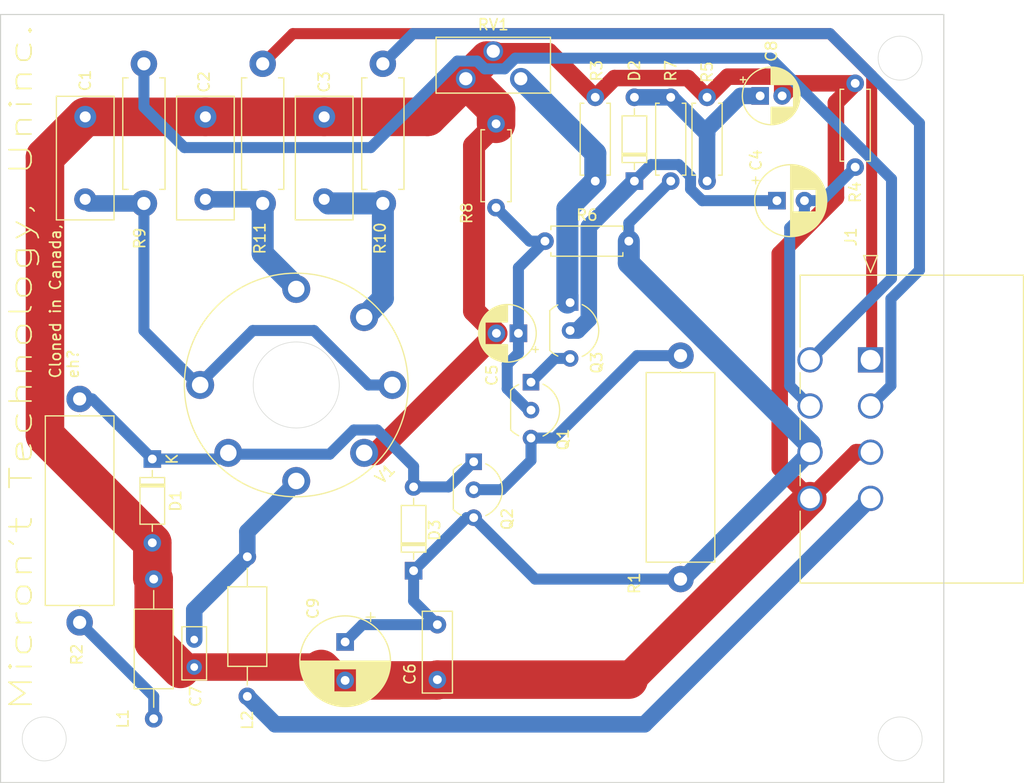
<source format=kicad_pcb>
(kicad_pcb (version 20171130) (host pcbnew "(5.1.12)-1")

  (general
    (thickness 1.6)
    (drawings 10)
    (tracks 166)
    (zones 0)
    (modules 31)
    (nets 20)
  )

  (page A4)
  (layers
    (0 F.Cu signal)
    (31 B.Cu signal)
    (32 B.Adhes user)
    (33 F.Adhes user)
    (34 B.Paste user)
    (35 F.Paste user)
    (36 B.SilkS user)
    (37 F.SilkS user)
    (38 B.Mask user)
    (39 F.Mask user)
    (40 Dwgs.User user)
    (41 Cmts.User user)
    (42 Eco1.User user)
    (43 Eco2.User user)
    (44 Edge.Cuts user)
    (45 Margin user)
    (46 B.CrtYd user)
    (47 F.CrtYd user)
    (48 B.Fab user)
    (49 F.Fab user)
  )

  (setup
    (last_trace_width 0.25)
    (user_trace_width 1)
    (user_trace_width 1.5)
    (user_trace_width 2)
    (user_trace_width 2.5)
    (user_trace_width 3)
    (user_trace_width 3.5)
    (trace_clearance 0.2)
    (zone_clearance 0.508)
    (zone_45_only no)
    (trace_min 0.2)
    (via_size 0.8)
    (via_drill 0.4)
    (via_min_size 0.4)
    (via_min_drill 0.3)
    (uvia_size 0.3)
    (uvia_drill 0.1)
    (uvias_allowed no)
    (uvia_min_size 0.2)
    (uvia_min_drill 0.1)
    (edge_width 0.05)
    (segment_width 0.2)
    (pcb_text_width 0.3)
    (pcb_text_size 1.5 1.5)
    (mod_edge_width 0.12)
    (mod_text_size 1 1)
    (mod_text_width 0.15)
    (pad_size 1.524 1.524)
    (pad_drill 0.762)
    (pad_to_mask_clearance 0)
    (aux_axis_origin 0 0)
    (visible_elements 7FFFFFFF)
    (pcbplotparams
      (layerselection 0x010fc_ffffffff)
      (usegerberextensions false)
      (usegerberattributes true)
      (usegerberadvancedattributes true)
      (creategerberjobfile true)
      (excludeedgelayer true)
      (linewidth 0.100000)
      (plotframeref false)
      (viasonmask false)
      (mode 1)
      (useauxorigin false)
      (hpglpennumber 1)
      (hpglpenspeed 20)
      (hpglpendiameter 15.000000)
      (psnegative false)
      (psa4output false)
      (plotreference true)
      (plotvalue true)
      (plotinvisibletext false)
      (padsonsilk false)
      (subtractmaskfromsilk false)
      (outputformat 1)
      (mirror false)
      (drillshape 0)
      (scaleselection 1)
      (outputdirectory "gerber/"))
  )

  (net 0 "")
  (net 1 "Net-(C1-Pad2)")
  (net 2 Earth)
  (net 3 "Net-(C2-Pad2)")
  (net 4 "Net-(C3-Pad2)")
  (net 5 "Net-(C4-Pad2)")
  (net 6 "Net-(C4-Pad1)")
  (net 7 "Net-(C5-Pad1)")
  (net 8 "Net-(C6-Pad2)")
  (net 9 "Net-(C7-Pad2)")
  (net 10 "Net-(C8-Pad1)")
  (net 11 "Net-(D1-Pad1)")
  (net 12 "Net-(J1-Pad1)")
  (net 13 "Net-(J1-Pad2)")
  (net 14 "Net-(J1-Pad3)")
  (net 15 "Net-(J1-Pad7)")
  (net 16 "Net-(L1-Pad2)")
  (net 17 "Net-(Q1-Pad1)")
  (net 18 "Net-(Q1-Pad3)")
  (net 19 "Net-(Q3-Pad1)")

  (net_class Default "This is the default net class."
    (clearance 0.2)
    (trace_width 0.25)
    (via_dia 0.8)
    (via_drill 0.4)
    (uvia_dia 0.3)
    (uvia_drill 0.1)
    (add_net Earth)
    (add_net "Net-(C1-Pad2)")
    (add_net "Net-(C2-Pad2)")
    (add_net "Net-(C3-Pad2)")
    (add_net "Net-(C4-Pad1)")
    (add_net "Net-(C4-Pad2)")
    (add_net "Net-(C5-Pad1)")
    (add_net "Net-(C6-Pad2)")
    (add_net "Net-(C7-Pad2)")
    (add_net "Net-(C8-Pad1)")
    (add_net "Net-(D1-Pad1)")
    (add_net "Net-(J1-Pad1)")
    (add_net "Net-(J1-Pad2)")
    (add_net "Net-(J1-Pad3)")
    (add_net "Net-(J1-Pad7)")
    (add_net "Net-(L1-Pad2)")
    (add_net "Net-(Q1-Pad1)")
    (add_net "Net-(Q1-Pad3)")
    (add_net "Net-(Q3-Pad1)")
  )

  (module SE30-Grayscale:Tube_Socket_China (layer F.Cu) (tedit 634DB8E8) (tstamp 63490B62)
    (at 126.873 83.693 225)
    (path /634A376D)
    (fp_text reference V1 (at 0 -11.430001 45) (layer F.SilkS)
      (effects (font (size 1 1) (thickness 0.15)))
    )
    (fp_text value "Tube Socket" (at 0 9.945 45) (layer F.Fab)
      (effects (font (size 1 1) (thickness 0.15)))
    )
    (fp_circle (center 0 0) (end 0 10.05) (layer F.Fab) (width 0.1))
    (fp_circle (center 0 0) (end 0 10.17) (layer F.SilkS) (width 0.12))
    (fp_circle (center 0 0) (end 0 10.42) (layer F.CrtYd) (width 0.05))
    (pad 5 thru_hole oval (at -6.173926 -6.173926 225) (size 2.54 2.54) (drill 1.5) (layers *.Cu *.Mask)
      (net 1 "Net-(C1-Pad2)"))
    (pad 6 thru_hole oval (at -8.73125 0 225) (size 2.54 2.54) (drill 1.5) (layers *.Cu *.Mask)
      (net 4 "Net-(C3-Pad2)"))
    (pad 7 thru_hole oval (at -6.173926 6.173926 225) (size 2.54 2.54) (drill 1.5) (layers *.Cu *.Mask)
      (net 3 "Net-(C2-Pad2)"))
    (pad 1 thru_hole oval (at 6.173926 6.173926 225) (size 2.54 2.54) (drill 1.5) (layers *.Cu *.Mask)
      (net 1 "Net-(C1-Pad2)"))
    (pad 2 thru_hole oval (at 8.73125 0 225) (size 2.54 2.54) (drill 1.5) (layers *.Cu *.Mask)
      (net 11 "Net-(D1-Pad1)"))
    (pad 3 thru_hole oval (at 6.173926 -6.173926 225) (size 2.54 2.54) (drill 1.5) (layers *.Cu *.Mask)
      (net 9 "Net-(C7-Pad2)"))
    (pad 4 thru_hole oval (at 0 -8.73125 225) (size 2.54 2.54) (drill 1.5) (layers *.Cu *.Mask)
      (net 2 Earth))
  )

  (module Package_TO_SOT_THT:TO-92_Inline_Wide (layer F.Cu) (tedit 5A02FF81) (tstamp 63490A34)
    (at 143.002 90.678 270)
    (descr "TO-92 leads in-line, wide, drill 0.75mm (see NXP sot054_po.pdf)")
    (tags "to-92 sc-43 sc-43a sot54 PA33 transistor")
    (path /634927FB)
    (fp_text reference Q2 (at 5.207 -3.048 90) (layer F.SilkS)
      (effects (font (size 1 1) (thickness 0.15)))
    )
    (fp_text value 2N5550TFR (at 2.54 2.79 90) (layer F.Fab)
      (effects (font (size 1 1) (thickness 0.15)))
    )
    (fp_line (start 6.09 2.01) (end -1.01 2.01) (layer F.CrtYd) (width 0.05))
    (fp_line (start 6.09 2.01) (end 6.09 -2.73) (layer F.CrtYd) (width 0.05))
    (fp_line (start -1.01 -2.73) (end -1.01 2.01) (layer F.CrtYd) (width 0.05))
    (fp_line (start -1.01 -2.73) (end 6.09 -2.73) (layer F.CrtYd) (width 0.05))
    (fp_line (start 0.8 1.75) (end 4.3 1.75) (layer F.Fab) (width 0.1))
    (fp_line (start 0.74 1.85) (end 4.34 1.85) (layer F.SilkS) (width 0.12))
    (fp_arc (start 2.54 0) (end 4.34 1.85) (angle -20) (layer F.SilkS) (width 0.12))
    (fp_arc (start 2.54 0) (end 2.54 -2.48) (angle -135) (layer F.Fab) (width 0.1))
    (fp_arc (start 2.54 0) (end 2.54 -2.48) (angle 135) (layer F.Fab) (width 0.1))
    (fp_arc (start 2.54 0) (end 2.54 -2.6) (angle 65) (layer F.SilkS) (width 0.12))
    (fp_arc (start 2.54 0) (end 2.54 -2.6) (angle -65) (layer F.SilkS) (width 0.12))
    (fp_arc (start 2.54 0) (end 0.74 1.85) (angle 20) (layer F.SilkS) (width 0.12))
    (fp_text user %R (at 2.54 0 90) (layer F.Fab)
      (effects (font (size 1 1) (thickness 0.15)))
    )
    (pad 1 thru_hole rect (at 0 0 270) (size 1.5 1.5) (drill 0.8) (layers *.Cu *.Mask)
      (net 11 "Net-(D1-Pad1)"))
    (pad 3 thru_hole circle (at 5.08 0 270) (size 1.5 1.5) (drill 0.8) (layers *.Cu *.Mask)
      (net 8 "Net-(C6-Pad2)"))
    (pad 2 thru_hole circle (at 2.54 0 270) (size 1.5 1.5) (drill 0.8) (layers *.Cu *.Mask)
      (net 18 "Net-(Q1-Pad3)"))
    (model ${KISYS3DMOD}/Package_TO_SOT_THT.3dshapes/TO-92_Inline_Wide.wrl
      (at (xyz 0 0 0))
      (scale (xyz 1 1 1))
      (rotate (xyz 0 0 0))
    )
  )

  (module Package_TO_SOT_THT:TO-92_Inline_Wide (layer F.Cu) (tedit 5A02FF81) (tstamp 63490A20)
    (at 148.209 83.439 270)
    (descr "TO-92 leads in-line, wide, drill 0.75mm (see NXP sot054_po.pdf)")
    (tags "to-92 sc-43 sc-43a sot54 PA33 transistor")
    (path /63491BBD)
    (fp_text reference Q1 (at 5.207 -2.921 90) (layer F.SilkS)
      (effects (font (size 1 1) (thickness 0.15)))
    )
    (fp_text value 2N5550TFR (at 2.54 2.79 90) (layer F.Fab)
      (effects (font (size 1 1) (thickness 0.15)))
    )
    (fp_line (start 6.09 2.01) (end -1.01 2.01) (layer F.CrtYd) (width 0.05))
    (fp_line (start 6.09 2.01) (end 6.09 -2.73) (layer F.CrtYd) (width 0.05))
    (fp_line (start -1.01 -2.73) (end -1.01 2.01) (layer F.CrtYd) (width 0.05))
    (fp_line (start -1.01 -2.73) (end 6.09 -2.73) (layer F.CrtYd) (width 0.05))
    (fp_line (start 0.8 1.75) (end 4.3 1.75) (layer F.Fab) (width 0.1))
    (fp_line (start 0.74 1.85) (end 4.34 1.85) (layer F.SilkS) (width 0.12))
    (fp_arc (start 2.54 0) (end 4.34 1.85) (angle -20) (layer F.SilkS) (width 0.12))
    (fp_arc (start 2.54 0) (end 2.54 -2.48) (angle -135) (layer F.Fab) (width 0.1))
    (fp_arc (start 2.54 0) (end 2.54 -2.48) (angle 135) (layer F.Fab) (width 0.1))
    (fp_arc (start 2.54 0) (end 2.54 -2.6) (angle 65) (layer F.SilkS) (width 0.12))
    (fp_arc (start 2.54 0) (end 2.54 -2.6) (angle -65) (layer F.SilkS) (width 0.12))
    (fp_arc (start 2.54 0) (end 0.74 1.85) (angle 20) (layer F.SilkS) (width 0.12))
    (fp_text user %R (at 2.54 0 90) (layer F.Fab)
      (effects (font (size 1 1) (thickness 0.15)))
    )
    (pad 1 thru_hole rect (at 0 0 270) (size 1.5 1.5) (drill 0.8) (layers *.Cu *.Mask)
      (net 17 "Net-(Q1-Pad1)"))
    (pad 3 thru_hole circle (at 5.08 0 270) (size 1.5 1.5) (drill 0.8) (layers *.Cu *.Mask)
      (net 18 "Net-(Q1-Pad3)"))
    (pad 2 thru_hole circle (at 2.54 0 270) (size 1.5 1.5) (drill 0.8) (layers *.Cu *.Mask)
      (net 7 "Net-(C5-Pad1)"))
    (model ${KISYS3DMOD}/Package_TO_SOT_THT.3dshapes/TO-92_Inline_Wide.wrl
      (at (xyz 0 0 0))
      (scale (xyz 1 1 1))
      (rotate (xyz 0 0 0))
    )
  )

  (module SE30-Grayscale:Molex (layer F.Cu) (tedit 6348BF81) (tstamp 634909DE)
    (at 179.07 81.407 90)
    (path /63489E6B)
    (fp_text reference J1 (at 11.176 -1.778 270) (layer F.SilkS)
      (effects (font (size 1 1) (thickness 0.15)))
    )
    (fp_text value "Molex, 8P RA" (at -22.987 -1.016) (layer F.SilkS) hide
      (effects (font (size 1 1) (thickness 0.15)))
    )
    (fp_line (start -13.76233 -6.4) (end -20.29997 -6.4) (layer F.SilkS) (width 0.12))
    (fp_line (start -9.562331 -6.4) (end -11.437666 -6.4) (layer F.SilkS) (width 0.12))
    (fp_line (start -5.362331 -6.4) (end -7.237666 -6.4) (layer F.SilkS) (width 0.12))
    (fp_line (start -1.162332 -6.4) (end -3.037667 -6.4) (layer F.SilkS) (width 0.12))
    (fp_line (start -20.29997 -6.4) (end -20.29997 13.9) (layer F.Fab) (width 0.1))
    (fp_line (start 7.699974 -6.4) (end -20.29997 -6.4) (layer F.Fab) (width 0.1))
    (fp_line (start 7.699974 13.9) (end 7.699974 -6.4) (layer F.Fab) (width 0.1))
    (fp_line (start -20.29997 13.9) (end 7.699974 13.9) (layer F.Fab) (width 0.1))
    (fp_line (start 7.699974 -6.4) (end 1.162332 -6.4) (layer F.SilkS) (width 0.12))
    (fp_line (start 7.699974 13.9) (end 7.699974 -6.4) (layer F.SilkS) (width 0.12))
    (fp_line (start -20.29997 13.9) (end 7.699974 13.9) (layer F.SilkS) (width 0.12))
    (fp_line (start -20.29997 -6.4) (end -20.29997 13.9) (layer F.SilkS) (width 0.12))
    (fp_line (start 9.477974 0.635) (end 7.953974 0) (layer F.SilkS) (width 0.12))
    (fp_line (start 9.477974 -0.635) (end 9.477974 0.635) (layer F.SilkS) (width 0.12))
    (fp_line (start 7.953974 0) (end 9.477974 -0.635) (layer F.SilkS) (width 0.12))
    (fp_line (start 9.477974 0.635) (end 7.953974 0) (layer F.Fab) (width 0.1))
    (fp_line (start 9.477974 -0.635) (end 9.477974 0.635) (layer F.Fab) (width 0.1))
    (fp_line (start 7.953974 0) (end 9.477974 -0.635) (layer F.Fab) (width 0.1))
    (fp_line (start 8.969974 -7.67) (end -21.57 -7.67) (layer F.CrtYd) (width 0.05))
    (fp_line (start 8.969974 6.35) (end 8.969974 -7.67) (layer F.CrtYd) (width 0.05))
    (fp_line (start -21.56997 6.35) (end 8.969974 6.35) (layer F.CrtYd) (width 0.05))
    (fp_line (start -21.56997 -7.67) (end -21.56997 6.35) (layer F.CrtYd) (width 0.05))
    (fp_text user "Copyright 2021 Accelerated Designs. All rights reserved." (at 0 0 90) (layer Cmts.User)
      (effects (font (size 0.127 0.127) (thickness 0.002)))
    )
    (fp_text user * (at 0 0 90) (layer F.SilkS)
      (effects (font (size 1 1) (thickness 0.15)))
    )
    (fp_text user * (at 0 0 90) (layer F.Fab)
      (effects (font (size 1 1) (thickness 0.15)))
    )
    (pad 1 thru_hole rect (at 0 0 90) (size 2.3 2.3) (drill 1.8) (layers *.Cu *.Mask)
      (net 12 "Net-(J1-Pad1)"))
    (pad 3 thru_hole circle (at -4.199999 0 90) (size 2.3 2.3) (drill 1.8) (layers *.Cu *.Mask)
      (net 14 "Net-(J1-Pad3)"))
    (pad 5 thru_hole circle (at -8.399998 0 90) (size 2.3 2.3) (drill 1.8) (layers *.Cu *.Mask)
      (net 2 Earth))
    (pad 7 thru_hole circle (at -12.599998 0 90) (size 2.3 2.3) (drill 1.8) (layers *.Cu *.Mask)
      (net 15 "Net-(J1-Pad7)"))
    (pad 2 thru_hole circle (at 0 -5.499999 90) (size 2.3 2.3) (drill 1.8) (layers *.Cu *.Mask)
      (net 13 "Net-(J1-Pad2)"))
    (pad 4 thru_hole circle (at -4.199999 -5.499999 90) (size 2.3 2.3) (drill 1.8) (layers *.Cu *.Mask)
      (net 5 "Net-(C4-Pad2)"))
    (pad 6 thru_hole circle (at -8.399998 -5.499999 90) (size 2.3 2.3) (drill 1.8) (layers *.Cu *.Mask)
      (net 8 "Net-(C6-Pad2)"))
    (pad 8 thru_hole circle (at -12.599998 -5.499999 90) (size 2.3 2.3) (drill 1.8) (layers *.Cu *.Mask)
      (net 2 Earth))
    (pad M1 np_thru_hole circle (at 4.499999 4.199999 90) (size 3.200001 3.200001) (drill 3.200001) (layers *.Cu *.Mask))
    (pad M2 np_thru_hole circle (at -17.099958 4.199999 90) (size 3.200001 3.200001) (drill 3.200001) (layers *.Cu *.Mask))
  )

  (module SE30-Grayscale:Trimmer_Res_Amphenol (layer F.Cu) (tedit 6348AC8E) (tstamp 63490B54)
    (at 144.78 53.34)
    (path /634973D2)
    (fp_text reference RV1 (at 0 -2.413) (layer F.SilkS)
      (effects (font (size 1 1) (thickness 0.15)))
    )
    (fp_text value 200R (at 0 -3.81) (layer F.Fab)
      (effects (font (size 1 1) (thickness 0.15)))
    )
    (fp_line (start -6.35 5.08) (end -6.35 -1.27) (layer F.CrtYd) (width 0.12))
    (fp_line (start 6.35 5.08) (end -6.35 5.08) (layer F.CrtYd) (width 0.12))
    (fp_line (start 6.35 -1.27) (end 6.35 5.08) (layer F.CrtYd) (width 0.12))
    (fp_line (start -6.35 -1.27) (end 6.35 -1.27) (layer F.CrtYd) (width 0.12))
    (fp_line (start -5.2 3.81) (end -5.2 -1.27) (layer F.SilkS) (width 0.12))
    (fp_line (start -5.2 3.81) (end 5.2 3.81) (layer F.SilkS) (width 0.12))
    (fp_line (start 5.2 -1.27) (end 5.2 3.81) (layer F.SilkS) (width 0.12))
    (fp_line (start -5.2 -1.27) (end 5.2 -1.27) (layer F.SilkS) (width 0.12))
    (pad 3 thru_hole circle (at 2.5 2.5) (size 1.8 1.8) (drill 1.2) (layers *.Cu *.Mask)
      (net 19 "Net-(Q3-Pad1)"))
    (pad 1 thru_hole circle (at -2.5 2.5) (size 1.8 1.8) (drill 1.2) (layers *.Cu *.Mask)
      (net 2 Earth))
    (pad 2 thru_hole circle (at 0 0) (size 1.8 1.8) (drill 1.2) (layers *.Cu *.Mask)
      (net 2 Earth))
  )

  (module Resistor_THT:R_Axial_DIN0411_L9.9mm_D3.6mm_P12.70mm_Horizontal (layer F.Cu) (tedit 5AE5139B) (tstamp 63490B45)
    (at 123.825 67.183 90)
    (descr "Resistor, Axial_DIN0411 series, Axial, Horizontal, pin pitch=12.7mm, 1W, length*diameter=9.9*3.6mm^2")
    (tags "Resistor Axial_DIN0411 series Axial Horizontal pin pitch 12.7mm 1W length 9.9mm diameter 3.6mm")
    (path /6349CFDC)
    (fp_text reference R11 (at -3.175 -0.254 90) (layer F.SilkS)
      (effects (font (size 1 1) (thickness 0.15)))
    )
    (fp_text value "100K 1/2W" (at 6.35 2.92 90) (layer F.Fab)
      (effects (font (size 1 1) (thickness 0.15)))
    )
    (fp_line (start 14.15 -2.05) (end -1.45 -2.05) (layer F.CrtYd) (width 0.05))
    (fp_line (start 14.15 2.05) (end 14.15 -2.05) (layer F.CrtYd) (width 0.05))
    (fp_line (start -1.45 2.05) (end 14.15 2.05) (layer F.CrtYd) (width 0.05))
    (fp_line (start -1.45 -2.05) (end -1.45 2.05) (layer F.CrtYd) (width 0.05))
    (fp_line (start 11.42 1.92) (end 11.42 1.44) (layer F.SilkS) (width 0.12))
    (fp_line (start 1.28 1.92) (end 11.42 1.92) (layer F.SilkS) (width 0.12))
    (fp_line (start 1.28 1.44) (end 1.28 1.92) (layer F.SilkS) (width 0.12))
    (fp_line (start 11.42 -1.92) (end 11.42 -1.44) (layer F.SilkS) (width 0.12))
    (fp_line (start 1.28 -1.92) (end 11.42 -1.92) (layer F.SilkS) (width 0.12))
    (fp_line (start 1.28 -1.44) (end 1.28 -1.92) (layer F.SilkS) (width 0.12))
    (fp_line (start 12.7 0) (end 11.3 0) (layer F.Fab) (width 0.1))
    (fp_line (start 0 0) (end 1.4 0) (layer F.Fab) (width 0.1))
    (fp_line (start 11.3 -1.8) (end 1.4 -1.8) (layer F.Fab) (width 0.1))
    (fp_line (start 11.3 1.8) (end 11.3 -1.8) (layer F.Fab) (width 0.1))
    (fp_line (start 1.4 1.8) (end 11.3 1.8) (layer F.Fab) (width 0.1))
    (fp_line (start 1.4 -1.8) (end 1.4 1.8) (layer F.Fab) (width 0.1))
    (fp_text user %R (at 6.35 0.127 90) (layer F.Fab)
      (effects (font (size 1 1) (thickness 0.15)))
    )
    (pad 2 thru_hole oval (at 12.7 0 90) (size 2.4 2.4) (drill 1.2) (layers *.Cu *.Mask)
      (net 12 "Net-(J1-Pad1)"))
    (pad 1 thru_hole circle (at 0 0 90) (size 2.4 2.4) (drill 1.2) (layers *.Cu *.Mask)
      (net 3 "Net-(C2-Pad2)"))
    (model ${KISYS3DMOD}/Resistor_THT.3dshapes/R_Axial_DIN0411_L9.9mm_D3.6mm_P12.70mm_Horizontal.wrl
      (at (xyz 0 0 0))
      (scale (xyz 1 1 1))
      (rotate (xyz 0 0 0))
    )
  )

  (module Resistor_THT:R_Axial_DIN0411_L9.9mm_D3.6mm_P12.70mm_Horizontal (layer F.Cu) (tedit 5AE5139B) (tstamp 63490B2E)
    (at 134.747 67.183 90)
    (descr "Resistor, Axial_DIN0411 series, Axial, Horizontal, pin pitch=12.7mm, 1W, length*diameter=9.9*3.6mm^2")
    (tags "Resistor Axial_DIN0411 series Axial Horizontal pin pitch 12.7mm 1W length 9.9mm diameter 3.6mm")
    (path /6349CE70)
    (fp_text reference R10 (at -3.175 -0.254 90) (layer F.SilkS)
      (effects (font (size 1 1) (thickness 0.15)))
    )
    (fp_text value "100K 1/2W" (at 6.35 2.92 90) (layer F.Fab)
      (effects (font (size 1 1) (thickness 0.15)))
    )
    (fp_line (start 14.15 -2.05) (end -1.45 -2.05) (layer F.CrtYd) (width 0.05))
    (fp_line (start 14.15 2.05) (end 14.15 -2.05) (layer F.CrtYd) (width 0.05))
    (fp_line (start -1.45 2.05) (end 14.15 2.05) (layer F.CrtYd) (width 0.05))
    (fp_line (start -1.45 -2.05) (end -1.45 2.05) (layer F.CrtYd) (width 0.05))
    (fp_line (start 11.42 1.92) (end 11.42 1.44) (layer F.SilkS) (width 0.12))
    (fp_line (start 1.28 1.92) (end 11.42 1.92) (layer F.SilkS) (width 0.12))
    (fp_line (start 1.28 1.44) (end 1.28 1.92) (layer F.SilkS) (width 0.12))
    (fp_line (start 11.42 -1.92) (end 11.42 -1.44) (layer F.SilkS) (width 0.12))
    (fp_line (start 1.28 -1.92) (end 11.42 -1.92) (layer F.SilkS) (width 0.12))
    (fp_line (start 1.28 -1.44) (end 1.28 -1.92) (layer F.SilkS) (width 0.12))
    (fp_line (start 12.7 0) (end 11.3 0) (layer F.Fab) (width 0.1))
    (fp_line (start 0 0) (end 1.4 0) (layer F.Fab) (width 0.1))
    (fp_line (start 11.3 -1.8) (end 1.4 -1.8) (layer F.Fab) (width 0.1))
    (fp_line (start 11.3 1.8) (end 11.3 -1.8) (layer F.Fab) (width 0.1))
    (fp_line (start 1.4 1.8) (end 11.3 1.8) (layer F.Fab) (width 0.1))
    (fp_line (start 1.4 -1.8) (end 1.4 1.8) (layer F.Fab) (width 0.1))
    (fp_text user %R (at 6.35 0 90) (layer F.Fab)
      (effects (font (size 1 1) (thickness 0.15)))
    )
    (pad 2 thru_hole oval (at 12.7 0 90) (size 2.4 2.4) (drill 1.2) (layers *.Cu *.Mask)
      (net 14 "Net-(J1-Pad3)"))
    (pad 1 thru_hole circle (at 0 0 90) (size 2.4 2.4) (drill 1.2) (layers *.Cu *.Mask)
      (net 4 "Net-(C3-Pad2)"))
    (model ${KISYS3DMOD}/Resistor_THT.3dshapes/R_Axial_DIN0411_L9.9mm_D3.6mm_P12.70mm_Horizontal.wrl
      (at (xyz 0 0 0))
      (scale (xyz 1 1 1))
      (rotate (xyz 0 0 0))
    )
  )

  (module Resistor_THT:R_Axial_DIN0411_L9.9mm_D3.6mm_P12.70mm_Horizontal (layer F.Cu) (tedit 5AE5139B) (tstamp 63490B17)
    (at 113.03 67.183 90)
    (descr "Resistor, Axial_DIN0411 series, Axial, Horizontal, pin pitch=12.7mm, 1W, length*diameter=9.9*3.6mm^2")
    (tags "Resistor Axial_DIN0411 series Axial Horizontal pin pitch 12.7mm 1W length 9.9mm diameter 3.6mm")
    (path /63496B24)
    (fp_text reference R9 (at -3.175 -0.381 90) (layer F.SilkS)
      (effects (font (size 1 1) (thickness 0.15)))
    )
    (fp_text value "100K 1/2W" (at 6.35 2.92 90) (layer F.Fab)
      (effects (font (size 1 1) (thickness 0.15)))
    )
    (fp_line (start 14.15 -2.05) (end -1.45 -2.05) (layer F.CrtYd) (width 0.05))
    (fp_line (start 14.15 2.05) (end 14.15 -2.05) (layer F.CrtYd) (width 0.05))
    (fp_line (start -1.45 2.05) (end 14.15 2.05) (layer F.CrtYd) (width 0.05))
    (fp_line (start -1.45 -2.05) (end -1.45 2.05) (layer F.CrtYd) (width 0.05))
    (fp_line (start 11.42 1.92) (end 11.42 1.44) (layer F.SilkS) (width 0.12))
    (fp_line (start 1.28 1.92) (end 11.42 1.92) (layer F.SilkS) (width 0.12))
    (fp_line (start 1.28 1.44) (end 1.28 1.92) (layer F.SilkS) (width 0.12))
    (fp_line (start 11.42 -1.92) (end 11.42 -1.44) (layer F.SilkS) (width 0.12))
    (fp_line (start 1.28 -1.92) (end 11.42 -1.92) (layer F.SilkS) (width 0.12))
    (fp_line (start 1.28 -1.44) (end 1.28 -1.92) (layer F.SilkS) (width 0.12))
    (fp_line (start 12.7 0) (end 11.3 0) (layer F.Fab) (width 0.1))
    (fp_line (start 0 0) (end 1.4 0) (layer F.Fab) (width 0.1))
    (fp_line (start 11.3 -1.8) (end 1.4 -1.8) (layer F.Fab) (width 0.1))
    (fp_line (start 11.3 1.8) (end 11.3 -1.8) (layer F.Fab) (width 0.1))
    (fp_line (start 1.4 1.8) (end 11.3 1.8) (layer F.Fab) (width 0.1))
    (fp_line (start 1.4 -1.8) (end 1.4 1.8) (layer F.Fab) (width 0.1))
    (fp_text user %R (at 6.35 0 90) (layer F.Fab)
      (effects (font (size 1 1) (thickness 0.15)))
    )
    (pad 2 thru_hole oval (at 12.7 0 90) (size 2.4 2.4) (drill 1.2) (layers *.Cu *.Mask)
      (net 13 "Net-(J1-Pad2)"))
    (pad 1 thru_hole circle (at 0 0 90) (size 2.4 2.4) (drill 1.2) (layers *.Cu *.Mask)
      (net 1 "Net-(C1-Pad2)"))
    (model ${KISYS3DMOD}/Resistor_THT.3dshapes/R_Axial_DIN0411_L9.9mm_D3.6mm_P12.70mm_Horizontal.wrl
      (at (xyz 0 0 0))
      (scale (xyz 1 1 1))
      (rotate (xyz 0 0 0))
    )
  )

  (module Resistor_THT:R_Axial_DIN0207_L6.3mm_D2.5mm_P7.62mm_Horizontal (layer F.Cu) (tedit 5AE5139B) (tstamp 63490B00)
    (at 145.034 59.944 270)
    (descr "Resistor, Axial_DIN0207 series, Axial, Horizontal, pin pitch=7.62mm, 0.25W = 1/4W, length*diameter=6.3*2.5mm^2, http://cdn-reichelt.de/documents/datenblatt/B400/1_4W%23YAG.pdf")
    (tags "Resistor Axial_DIN0207 series Axial Horizontal pin pitch 7.62mm 0.25W = 1/4W length 6.3mm diameter 2.5mm")
    (path /63496860)
    (fp_text reference R8 (at 8.128 2.667 90) (layer F.SilkS)
      (effects (font (size 1 1) (thickness 0.15)))
    )
    (fp_text value "1.5K 1/4W" (at 3.81 2.37 90) (layer F.Fab)
      (effects (font (size 1 1) (thickness 0.15)))
    )
    (fp_line (start 8.67 -1.5) (end -1.05 -1.5) (layer F.CrtYd) (width 0.05))
    (fp_line (start 8.67 1.5) (end 8.67 -1.5) (layer F.CrtYd) (width 0.05))
    (fp_line (start -1.05 1.5) (end 8.67 1.5) (layer F.CrtYd) (width 0.05))
    (fp_line (start -1.05 -1.5) (end -1.05 1.5) (layer F.CrtYd) (width 0.05))
    (fp_line (start 7.08 1.37) (end 7.08 1.04) (layer F.SilkS) (width 0.12))
    (fp_line (start 0.54 1.37) (end 7.08 1.37) (layer F.SilkS) (width 0.12))
    (fp_line (start 0.54 1.04) (end 0.54 1.37) (layer F.SilkS) (width 0.12))
    (fp_line (start 7.08 -1.37) (end 7.08 -1.04) (layer F.SilkS) (width 0.12))
    (fp_line (start 0.54 -1.37) (end 7.08 -1.37) (layer F.SilkS) (width 0.12))
    (fp_line (start 0.54 -1.04) (end 0.54 -1.37) (layer F.SilkS) (width 0.12))
    (fp_line (start 7.62 0) (end 6.96 0) (layer F.Fab) (width 0.1))
    (fp_line (start 0 0) (end 0.66 0) (layer F.Fab) (width 0.1))
    (fp_line (start 6.96 -1.25) (end 0.66 -1.25) (layer F.Fab) (width 0.1))
    (fp_line (start 6.96 1.25) (end 6.96 -1.25) (layer F.Fab) (width 0.1))
    (fp_line (start 0.66 1.25) (end 6.96 1.25) (layer F.Fab) (width 0.1))
    (fp_line (start 0.66 -1.25) (end 0.66 1.25) (layer F.Fab) (width 0.1))
    (fp_text user %R (at 3.81 0 90) (layer F.Fab)
      (effects (font (size 1 1) (thickness 0.15)))
    )
    (pad 2 thru_hole oval (at 7.62 0 270) (size 1.6 1.6) (drill 0.8) (layers *.Cu *.Mask)
      (net 7 "Net-(C5-Pad1)"))
    (pad 1 thru_hole circle (at 0 0 270) (size 1.6 1.6) (drill 0.8) (layers *.Cu *.Mask)
      (net 2 Earth))
    (model ${KISYS3DMOD}/Resistor_THT.3dshapes/R_Axial_DIN0207_L6.3mm_D2.5mm_P7.62mm_Horizontal.wrl
      (at (xyz 0 0 0))
      (scale (xyz 1 1 1))
      (rotate (xyz 0 0 0))
    )
  )

  (module Resistor_THT:R_Axial_DIN0207_L6.3mm_D2.5mm_P7.62mm_Horizontal (layer F.Cu) (tedit 5AE5139B) (tstamp 63490AE9)
    (at 160.909 65.151 90)
    (descr "Resistor, Axial_DIN0207 series, Axial, Horizontal, pin pitch=7.62mm, 0.25W = 1/4W, length*diameter=6.3*2.5mm^2, http://cdn-reichelt.de/documents/datenblatt/B400/1_4W%23YAG.pdf")
    (tags "Resistor Axial_DIN0207 series Axial Horizontal pin pitch 7.62mm 0.25W = 1/4W length 6.3mm diameter 2.5mm")
    (path /634966D8)
    (fp_text reference R7 (at 10.033 0 90) (layer F.SilkS)
      (effects (font (size 1 1) (thickness 0.15)))
    )
    (fp_text value "12K 1/4W" (at 3.81 2.37 90) (layer F.Fab)
      (effects (font (size 1 1) (thickness 0.15)))
    )
    (fp_line (start 8.67 -1.5) (end -1.05 -1.5) (layer F.CrtYd) (width 0.05))
    (fp_line (start 8.67 1.5) (end 8.67 -1.5) (layer F.CrtYd) (width 0.05))
    (fp_line (start -1.05 1.5) (end 8.67 1.5) (layer F.CrtYd) (width 0.05))
    (fp_line (start -1.05 -1.5) (end -1.05 1.5) (layer F.CrtYd) (width 0.05))
    (fp_line (start 7.08 1.37) (end 7.08 1.04) (layer F.SilkS) (width 0.12))
    (fp_line (start 0.54 1.37) (end 7.08 1.37) (layer F.SilkS) (width 0.12))
    (fp_line (start 0.54 1.04) (end 0.54 1.37) (layer F.SilkS) (width 0.12))
    (fp_line (start 7.08 -1.37) (end 7.08 -1.04) (layer F.SilkS) (width 0.12))
    (fp_line (start 0.54 -1.37) (end 7.08 -1.37) (layer F.SilkS) (width 0.12))
    (fp_line (start 0.54 -1.04) (end 0.54 -1.37) (layer F.SilkS) (width 0.12))
    (fp_line (start 7.62 0) (end 6.96 0) (layer F.Fab) (width 0.1))
    (fp_line (start 0 0) (end 0.66 0) (layer F.Fab) (width 0.1))
    (fp_line (start 6.96 -1.25) (end 0.66 -1.25) (layer F.Fab) (width 0.1))
    (fp_line (start 6.96 1.25) (end 6.96 -1.25) (layer F.Fab) (width 0.1))
    (fp_line (start 0.66 1.25) (end 6.96 1.25) (layer F.Fab) (width 0.1))
    (fp_line (start 0.66 -1.25) (end 0.66 1.25) (layer F.Fab) (width 0.1))
    (fp_text user %R (at 3.81 0 90) (layer F.Fab)
      (effects (font (size 1 1) (thickness 0.15)))
    )
    (pad 2 thru_hole oval (at 7.62 0 90) (size 1.6 1.6) (drill 0.8) (layers *.Cu *.Mask)
      (net 10 "Net-(C8-Pad1)"))
    (pad 1 thru_hole circle (at 0 0 90) (size 1.6 1.6) (drill 0.8) (layers *.Cu *.Mask)
      (net 8 "Net-(C6-Pad2)"))
    (model ${KISYS3DMOD}/Resistor_THT.3dshapes/R_Axial_DIN0207_L6.3mm_D2.5mm_P7.62mm_Horizontal.wrl
      (at (xyz 0 0 0))
      (scale (xyz 1 1 1))
      (rotate (xyz 0 0 0))
    )
  )

  (module Resistor_THT:R_Axial_DIN0207_L6.3mm_D2.5mm_P7.62mm_Horizontal (layer F.Cu) (tedit 5AE5139B) (tstamp 63490AD2)
    (at 149.479 70.612)
    (descr "Resistor, Axial_DIN0207 series, Axial, Horizontal, pin pitch=7.62mm, 0.25W = 1/4W, length*diameter=6.3*2.5mm^2, http://cdn-reichelt.de/documents/datenblatt/B400/1_4W%23YAG.pdf")
    (tags "Resistor Axial_DIN0207 series Axial Horizontal pin pitch 7.62mm 0.25W = 1/4W length 6.3mm diameter 2.5mm")
    (path /63494C84)
    (fp_text reference R6 (at 3.81 -2.37) (layer F.SilkS)
      (effects (font (size 1 1) (thickness 0.15)))
    )
    (fp_text value "200R 1/4W" (at 3.81 2.37) (layer F.Fab)
      (effects (font (size 1 1) (thickness 0.15)))
    )
    (fp_line (start 8.67 -1.5) (end -1.05 -1.5) (layer F.CrtYd) (width 0.05))
    (fp_line (start 8.67 1.5) (end 8.67 -1.5) (layer F.CrtYd) (width 0.05))
    (fp_line (start -1.05 1.5) (end 8.67 1.5) (layer F.CrtYd) (width 0.05))
    (fp_line (start -1.05 -1.5) (end -1.05 1.5) (layer F.CrtYd) (width 0.05))
    (fp_line (start 7.08 1.37) (end 7.08 1.04) (layer F.SilkS) (width 0.12))
    (fp_line (start 0.54 1.37) (end 7.08 1.37) (layer F.SilkS) (width 0.12))
    (fp_line (start 0.54 1.04) (end 0.54 1.37) (layer F.SilkS) (width 0.12))
    (fp_line (start 7.08 -1.37) (end 7.08 -1.04) (layer F.SilkS) (width 0.12))
    (fp_line (start 0.54 -1.37) (end 7.08 -1.37) (layer F.SilkS) (width 0.12))
    (fp_line (start 0.54 -1.04) (end 0.54 -1.37) (layer F.SilkS) (width 0.12))
    (fp_line (start 7.62 0) (end 6.96 0) (layer F.Fab) (width 0.1))
    (fp_line (start 0 0) (end 0.66 0) (layer F.Fab) (width 0.1))
    (fp_line (start 6.96 -1.25) (end 0.66 -1.25) (layer F.Fab) (width 0.1))
    (fp_line (start 6.96 1.25) (end 6.96 -1.25) (layer F.Fab) (width 0.1))
    (fp_line (start 0.66 1.25) (end 6.96 1.25) (layer F.Fab) (width 0.1))
    (fp_line (start 0.66 -1.25) (end 0.66 1.25) (layer F.Fab) (width 0.1))
    (fp_text user %R (at 3.81 0) (layer F.Fab)
      (effects (font (size 1 1) (thickness 0.15)))
    )
    (pad 2 thru_hole oval (at 7.62 0) (size 1.6 1.6) (drill 0.8) (layers *.Cu *.Mask)
      (net 8 "Net-(C6-Pad2)"))
    (pad 1 thru_hole circle (at 0 0) (size 1.6 1.6) (drill 0.8) (layers *.Cu *.Mask)
      (net 7 "Net-(C5-Pad1)"))
    (model ${KISYS3DMOD}/Resistor_THT.3dshapes/R_Axial_DIN0207_L6.3mm_D2.5mm_P7.62mm_Horizontal.wrl
      (at (xyz 0 0 0))
      (scale (xyz 1 1 1))
      (rotate (xyz 0 0 0))
    )
  )

  (module Resistor_THT:R_Axial_DIN0207_L6.3mm_D2.5mm_P7.62mm_Horizontal (layer F.Cu) (tedit 5AE5139B) (tstamp 63490ABB)
    (at 164.211 65.151 90)
    (descr "Resistor, Axial_DIN0207 series, Axial, Horizontal, pin pitch=7.62mm, 0.25W = 1/4W, length*diameter=6.3*2.5mm^2, http://cdn-reichelt.de/documents/datenblatt/B400/1_4W%23YAG.pdf")
    (tags "Resistor Axial_DIN0207 series Axial Horizontal pin pitch 7.62mm 0.25W = 1/4W length 6.3mm diameter 2.5mm")
    (path /63494B13)
    (fp_text reference R5 (at 9.906 0 90) (layer F.SilkS)
      (effects (font (size 1 1) (thickness 0.15)))
    )
    (fp_text value "56R 1/4W" (at 3.81 2.37 90) (layer F.Fab)
      (effects (font (size 1 1) (thickness 0.15)))
    )
    (fp_line (start 8.67 -1.5) (end -1.05 -1.5) (layer F.CrtYd) (width 0.05))
    (fp_line (start 8.67 1.5) (end 8.67 -1.5) (layer F.CrtYd) (width 0.05))
    (fp_line (start -1.05 1.5) (end 8.67 1.5) (layer F.CrtYd) (width 0.05))
    (fp_line (start -1.05 -1.5) (end -1.05 1.5) (layer F.CrtYd) (width 0.05))
    (fp_line (start 7.08 1.37) (end 7.08 1.04) (layer F.SilkS) (width 0.12))
    (fp_line (start 0.54 1.37) (end 7.08 1.37) (layer F.SilkS) (width 0.12))
    (fp_line (start 0.54 1.04) (end 0.54 1.37) (layer F.SilkS) (width 0.12))
    (fp_line (start 7.08 -1.37) (end 7.08 -1.04) (layer F.SilkS) (width 0.12))
    (fp_line (start 0.54 -1.37) (end 7.08 -1.37) (layer F.SilkS) (width 0.12))
    (fp_line (start 0.54 -1.04) (end 0.54 -1.37) (layer F.SilkS) (width 0.12))
    (fp_line (start 7.62 0) (end 6.96 0) (layer F.Fab) (width 0.1))
    (fp_line (start 0 0) (end 0.66 0) (layer F.Fab) (width 0.1))
    (fp_line (start 6.96 -1.25) (end 0.66 -1.25) (layer F.Fab) (width 0.1))
    (fp_line (start 6.96 1.25) (end 6.96 -1.25) (layer F.Fab) (width 0.1))
    (fp_line (start 0.66 1.25) (end 6.96 1.25) (layer F.Fab) (width 0.1))
    (fp_line (start 0.66 -1.25) (end 0.66 1.25) (layer F.Fab) (width 0.1))
    (fp_text user %R (at 3.81 0 90) (layer F.Fab)
      (effects (font (size 1 1) (thickness 0.15)))
    )
    (pad 2 thru_hole oval (at 7.62 0 90) (size 1.6 1.6) (drill 0.8) (layers *.Cu *.Mask)
      (net 2 Earth))
    (pad 1 thru_hole circle (at 0 0 90) (size 1.6 1.6) (drill 0.8) (layers *.Cu *.Mask)
      (net 10 "Net-(C8-Pad1)"))
    (model ${KISYS3DMOD}/Resistor_THT.3dshapes/R_Axial_DIN0207_L6.3mm_D2.5mm_P7.62mm_Horizontal.wrl
      (at (xyz 0 0 0))
      (scale (xyz 1 1 1))
      (rotate (xyz 0 0 0))
    )
  )

  (module Resistor_THT:R_Axial_DIN0207_L6.3mm_D2.5mm_P7.62mm_Horizontal (layer F.Cu) (tedit 5AE5139B) (tstamp 63490AA4)
    (at 177.673 56.261 270)
    (descr "Resistor, Axial_DIN0207 series, Axial, Horizontal, pin pitch=7.62mm, 0.25W = 1/4W, length*diameter=6.3*2.5mm^2, http://cdn-reichelt.de/documents/datenblatt/B400/1_4W%23YAG.pdf")
    (tags "Resistor Axial_DIN0207 series Axial Horizontal pin pitch 7.62mm 0.25W = 1/4W length 6.3mm diameter 2.5mm")
    (path /634949AA)
    (fp_text reference R4 (at 9.906 0 90) (layer F.SilkS)
      (effects (font (size 1 1) (thickness 0.15)))
    )
    (fp_text value "300R 1/4W" (at 3.81 2.37 90) (layer F.Fab)
      (effects (font (size 1 1) (thickness 0.15)))
    )
    (fp_line (start 8.67 -1.5) (end -1.05 -1.5) (layer F.CrtYd) (width 0.05))
    (fp_line (start 8.67 1.5) (end 8.67 -1.5) (layer F.CrtYd) (width 0.05))
    (fp_line (start -1.05 1.5) (end 8.67 1.5) (layer F.CrtYd) (width 0.05))
    (fp_line (start -1.05 -1.5) (end -1.05 1.5) (layer F.CrtYd) (width 0.05))
    (fp_line (start 7.08 1.37) (end 7.08 1.04) (layer F.SilkS) (width 0.12))
    (fp_line (start 0.54 1.37) (end 7.08 1.37) (layer F.SilkS) (width 0.12))
    (fp_line (start 0.54 1.04) (end 0.54 1.37) (layer F.SilkS) (width 0.12))
    (fp_line (start 7.08 -1.37) (end 7.08 -1.04) (layer F.SilkS) (width 0.12))
    (fp_line (start 0.54 -1.37) (end 7.08 -1.37) (layer F.SilkS) (width 0.12))
    (fp_line (start 0.54 -1.04) (end 0.54 -1.37) (layer F.SilkS) (width 0.12))
    (fp_line (start 7.62 0) (end 6.96 0) (layer F.Fab) (width 0.1))
    (fp_line (start 0 0) (end 0.66 0) (layer F.Fab) (width 0.1))
    (fp_line (start 6.96 -1.25) (end 0.66 -1.25) (layer F.Fab) (width 0.1))
    (fp_line (start 6.96 1.25) (end 6.96 -1.25) (layer F.Fab) (width 0.1))
    (fp_line (start 0.66 1.25) (end 6.96 1.25) (layer F.Fab) (width 0.1))
    (fp_line (start 0.66 -1.25) (end 0.66 1.25) (layer F.Fab) (width 0.1))
    (fp_text user %R (at 3.81 0 90) (layer F.Fab)
      (effects (font (size 1 1) (thickness 0.15)))
    )
    (pad 2 thru_hole oval (at 7.62 0 270) (size 1.6 1.6) (drill 0.8) (layers *.Cu *.Mask)
      (net 5 "Net-(C4-Pad2)"))
    (pad 1 thru_hole circle (at 0 0 270) (size 1.6 1.6) (drill 0.8) (layers *.Cu *.Mask)
      (net 2 Earth))
    (model ${KISYS3DMOD}/Resistor_THT.3dshapes/R_Axial_DIN0207_L6.3mm_D2.5mm_P7.62mm_Horizontal.wrl
      (at (xyz 0 0 0))
      (scale (xyz 1 1 1))
      (rotate (xyz 0 0 0))
    )
  )

  (module Resistor_THT:R_Axial_DIN0207_L6.3mm_D2.5mm_P7.62mm_Horizontal (layer F.Cu) (tedit 5AE5139B) (tstamp 63490A8D)
    (at 154.051 57.531 270)
    (descr "Resistor, Axial_DIN0207 series, Axial, Horizontal, pin pitch=7.62mm, 0.25W = 1/4W, length*diameter=6.3*2.5mm^2, http://cdn-reichelt.de/documents/datenblatt/B400/1_4W%23YAG.pdf")
    (tags "Resistor Axial_DIN0207 series Axial Horizontal pin pitch 7.62mm 0.25W = 1/4W length 6.3mm diameter 2.5mm")
    (path /634947CE)
    (fp_text reference R3 (at -2.413 -0.127 90) (layer F.SilkS)
      (effects (font (size 1 1) (thickness 0.15)))
    )
    (fp_text value "75R 1/4W" (at 3.81 2.37 90) (layer F.Fab)
      (effects (font (size 1 1) (thickness 0.15)))
    )
    (fp_line (start 8.67 -1.5) (end -1.05 -1.5) (layer F.CrtYd) (width 0.05))
    (fp_line (start 8.67 1.5) (end 8.67 -1.5) (layer F.CrtYd) (width 0.05))
    (fp_line (start -1.05 1.5) (end 8.67 1.5) (layer F.CrtYd) (width 0.05))
    (fp_line (start -1.05 -1.5) (end -1.05 1.5) (layer F.CrtYd) (width 0.05))
    (fp_line (start 7.08 1.37) (end 7.08 1.04) (layer F.SilkS) (width 0.12))
    (fp_line (start 0.54 1.37) (end 7.08 1.37) (layer F.SilkS) (width 0.12))
    (fp_line (start 0.54 1.04) (end 0.54 1.37) (layer F.SilkS) (width 0.12))
    (fp_line (start 7.08 -1.37) (end 7.08 -1.04) (layer F.SilkS) (width 0.12))
    (fp_line (start 0.54 -1.37) (end 7.08 -1.37) (layer F.SilkS) (width 0.12))
    (fp_line (start 0.54 -1.04) (end 0.54 -1.37) (layer F.SilkS) (width 0.12))
    (fp_line (start 7.62 0) (end 6.96 0) (layer F.Fab) (width 0.1))
    (fp_line (start 0 0) (end 0.66 0) (layer F.Fab) (width 0.1))
    (fp_line (start 6.96 -1.25) (end 0.66 -1.25) (layer F.Fab) (width 0.1))
    (fp_line (start 6.96 1.25) (end 6.96 -1.25) (layer F.Fab) (width 0.1))
    (fp_line (start 0.66 1.25) (end 6.96 1.25) (layer F.Fab) (width 0.1))
    (fp_line (start 0.66 -1.25) (end 0.66 1.25) (layer F.Fab) (width 0.1))
    (fp_text user %R (at 3.81 -0.127 90) (layer F.Fab)
      (effects (font (size 1 1) (thickness 0.15)))
    )
    (pad 2 thru_hole oval (at 7.62 0 270) (size 1.6 1.6) (drill 0.8) (layers *.Cu *.Mask)
      (net 19 "Net-(Q3-Pad1)"))
    (pad 1 thru_hole circle (at 0 0 270) (size 1.6 1.6) (drill 0.8) (layers *.Cu *.Mask)
      (net 2 Earth))
    (model ${KISYS3DMOD}/Resistor_THT.3dshapes/R_Axial_DIN0207_L6.3mm_D2.5mm_P7.62mm_Horizontal.wrl
      (at (xyz 0 0 0))
      (scale (xyz 1 1 1))
      (rotate (xyz 0 0 0))
    )
  )

  (module Resistor_THT:R_Axial_DIN0617_L17.0mm_D6.0mm_P20.32mm_Horizontal (layer F.Cu) (tedit 5AE5139B) (tstamp 63490A76)
    (at 107.188 105.283 90)
    (descr "Resistor, Axial_DIN0617 series, Axial, Horizontal, pin pitch=20.32mm, 2W, length*diameter=17*6mm^2, http://www.vishay.com/docs/20128/wkxwrx.pdf")
    (tags "Resistor Axial_DIN0617 series Axial Horizontal pin pitch 20.32mm 2W length 17mm diameter 6mm")
    (path /634945A6)
    (fp_text reference R2 (at -2.921 -0.254 90) (layer F.SilkS)
      (effects (font (size 1 1) (thickness 0.15)))
    )
    (fp_text value "1K 2W" (at 10.16 4.12 90) (layer F.Fab)
      (effects (font (size 1 1) (thickness 0.15)))
    )
    (fp_line (start 21.77 -3.25) (end -1.45 -3.25) (layer F.CrtYd) (width 0.05))
    (fp_line (start 21.77 3.25) (end 21.77 -3.25) (layer F.CrtYd) (width 0.05))
    (fp_line (start -1.45 3.25) (end 21.77 3.25) (layer F.CrtYd) (width 0.05))
    (fp_line (start -1.45 -3.25) (end -1.45 3.25) (layer F.CrtYd) (width 0.05))
    (fp_line (start 18.88 0) (end 18.78 0) (layer F.SilkS) (width 0.12))
    (fp_line (start 1.44 0) (end 1.54 0) (layer F.SilkS) (width 0.12))
    (fp_line (start 18.78 -3.12) (end 1.54 -3.12) (layer F.SilkS) (width 0.12))
    (fp_line (start 18.78 3.12) (end 18.78 -3.12) (layer F.SilkS) (width 0.12))
    (fp_line (start 1.54 3.12) (end 18.78 3.12) (layer F.SilkS) (width 0.12))
    (fp_line (start 1.54 -3.12) (end 1.54 3.12) (layer F.SilkS) (width 0.12))
    (fp_line (start 20.32 0) (end 18.66 0) (layer F.Fab) (width 0.1))
    (fp_line (start 0 0) (end 1.66 0) (layer F.Fab) (width 0.1))
    (fp_line (start 18.66 -3) (end 1.66 -3) (layer F.Fab) (width 0.1))
    (fp_line (start 18.66 3) (end 18.66 -3) (layer F.Fab) (width 0.1))
    (fp_line (start 1.66 3) (end 18.66 3) (layer F.Fab) (width 0.1))
    (fp_line (start 1.66 -3) (end 1.66 3) (layer F.Fab) (width 0.1))
    (fp_text user %R (at 10.16 0 90) (layer F.Fab)
      (effects (font (size 1 1) (thickness 0.15)))
    )
    (pad 2 thru_hole oval (at 20.32 0 90) (size 2.4 2.4) (drill 1.2) (layers *.Cu *.Mask)
      (net 11 "Net-(D1-Pad1)"))
    (pad 1 thru_hole circle (at 0 0 90) (size 2.4 2.4) (drill 1.2) (layers *.Cu *.Mask)
      (net 16 "Net-(L1-Pad2)"))
    (model ${KISYS3DMOD}/Resistor_THT.3dshapes/R_Axial_DIN0617_L17.0mm_D6.0mm_P20.32mm_Horizontal.wrl
      (at (xyz 0 0 0))
      (scale (xyz 1 1 1))
      (rotate (xyz 0 0 0))
    )
  )

  (module Resistor_THT:R_Axial_DIN0617_L17.0mm_D6.0mm_P20.32mm_Horizontal (layer F.Cu) (tedit 5AE5139B) (tstamp 63490A5F)
    (at 161.798 81.026 270)
    (descr "Resistor, Axial_DIN0617 series, Axial, Horizontal, pin pitch=20.32mm, 2W, length*diameter=17*6mm^2, http://www.vishay.com/docs/20128/wkxwrx.pdf")
    (tags "Resistor Axial_DIN0617 series Axial Horizontal pin pitch 20.32mm 2W length 17mm diameter 6mm")
    (path /6348F3F3)
    (fp_text reference R1 (at 20.701 4.191 90) (layer F.SilkS)
      (effects (font (size 1 1) (thickness 0.15)))
    )
    (fp_text value "1K 2W" (at 10.16 4.12 90) (layer F.Fab)
      (effects (font (size 1 1) (thickness 0.15)))
    )
    (fp_line (start 21.77 -3.25) (end -1.45 -3.25) (layer F.CrtYd) (width 0.05))
    (fp_line (start 21.77 3.25) (end 21.77 -3.25) (layer F.CrtYd) (width 0.05))
    (fp_line (start -1.45 3.25) (end 21.77 3.25) (layer F.CrtYd) (width 0.05))
    (fp_line (start -1.45 -3.25) (end -1.45 3.25) (layer F.CrtYd) (width 0.05))
    (fp_line (start 18.88 0) (end 18.78 0) (layer F.SilkS) (width 0.12))
    (fp_line (start 1.44 0) (end 1.54 0) (layer F.SilkS) (width 0.12))
    (fp_line (start 18.78 -3.12) (end 1.54 -3.12) (layer F.SilkS) (width 0.12))
    (fp_line (start 18.78 3.12) (end 18.78 -3.12) (layer F.SilkS) (width 0.12))
    (fp_line (start 1.54 3.12) (end 18.78 3.12) (layer F.SilkS) (width 0.12))
    (fp_line (start 1.54 -3.12) (end 1.54 3.12) (layer F.SilkS) (width 0.12))
    (fp_line (start 20.32 0) (end 18.66 0) (layer F.Fab) (width 0.1))
    (fp_line (start 0 0) (end 1.66 0) (layer F.Fab) (width 0.1))
    (fp_line (start 18.66 -3) (end 1.66 -3) (layer F.Fab) (width 0.1))
    (fp_line (start 18.66 3) (end 18.66 -3) (layer F.Fab) (width 0.1))
    (fp_line (start 1.66 3) (end 18.66 3) (layer F.Fab) (width 0.1))
    (fp_line (start 1.66 -3) (end 1.66 3) (layer F.Fab) (width 0.1))
    (fp_text user %R (at 10.16 0 90) (layer F.Fab)
      (effects (font (size 1 1) (thickness 0.15)))
    )
    (pad 2 thru_hole oval (at 20.32 0 270) (size 2.4 2.4) (drill 1.2) (layers *.Cu *.Mask)
      (net 8 "Net-(C6-Pad2)"))
    (pad 1 thru_hole circle (at 0 0 270) (size 2.4 2.4) (drill 1.2) (layers *.Cu *.Mask)
      (net 18 "Net-(Q1-Pad3)"))
    (model ${KISYS3DMOD}/Resistor_THT.3dshapes/R_Axial_DIN0617_L17.0mm_D6.0mm_P20.32mm_Horizontal.wrl
      (at (xyz 0 0 0))
      (scale (xyz 1 1 1))
      (rotate (xyz 0 0 0))
    )
  )

  (module Package_TO_SOT_THT:TO-92_Inline_Wide (layer F.Cu) (tedit 5A02FF81) (tstamp 63490A48)
    (at 151.765 76.2 270)
    (descr "TO-92 leads in-line, wide, drill 0.75mm (see NXP sot054_po.pdf)")
    (tags "to-92 sc-43 sc-43a sot54 PA33 transistor")
    (path /63493069)
    (fp_text reference Q3 (at 5.461 -2.413 90) (layer F.SilkS)
      (effects (font (size 1 1) (thickness 0.15)))
    )
    (fp_text value PN2222A (at 2.54 2.79 90) (layer F.Fab)
      (effects (font (size 1 1) (thickness 0.15)))
    )
    (fp_line (start 6.09 2.01) (end -1.01 2.01) (layer F.CrtYd) (width 0.05))
    (fp_line (start 6.09 2.01) (end 6.09 -2.73) (layer F.CrtYd) (width 0.05))
    (fp_line (start -1.01 -2.73) (end -1.01 2.01) (layer F.CrtYd) (width 0.05))
    (fp_line (start -1.01 -2.73) (end 6.09 -2.73) (layer F.CrtYd) (width 0.05))
    (fp_line (start 0.8 1.75) (end 4.3 1.75) (layer F.Fab) (width 0.1))
    (fp_line (start 0.74 1.85) (end 4.34 1.85) (layer F.SilkS) (width 0.12))
    (fp_arc (start 2.54 0) (end 4.34 1.85) (angle -20) (layer F.SilkS) (width 0.12))
    (fp_arc (start 2.54 0) (end 2.54 -2.48) (angle -135) (layer F.Fab) (width 0.1))
    (fp_arc (start 2.54 0) (end 2.54 -2.48) (angle 135) (layer F.Fab) (width 0.1))
    (fp_arc (start 2.54 0) (end 2.54 -2.6) (angle 65) (layer F.SilkS) (width 0.12))
    (fp_arc (start 2.54 0) (end 2.54 -2.6) (angle -65) (layer F.SilkS) (width 0.12))
    (fp_arc (start 2.54 0) (end 0.74 1.85) (angle 20) (layer F.SilkS) (width 0.12))
    (fp_text user %R (at 2.54 0 90) (layer F.Fab)
      (effects (font (size 1 1) (thickness 0.15)))
    )
    (pad 1 thru_hole rect (at 0 0 270) (size 1.5 1.5) (drill 0.8) (layers *.Cu *.Mask)
      (net 19 "Net-(Q3-Pad1)"))
    (pad 3 thru_hole circle (at 5.08 0 270) (size 1.5 1.5) (drill 0.8) (layers *.Cu *.Mask)
      (net 17 "Net-(Q1-Pad1)"))
    (pad 2 thru_hole circle (at 2.54 0 270) (size 1.5 1.5) (drill 0.8) (layers *.Cu *.Mask)
      (net 6 "Net-(C4-Pad1)"))
    (model ${KISYS3DMOD}/Package_TO_SOT_THT.3dshapes/TO-92_Inline_Wide.wrl
      (at (xyz 0 0 0))
      (scale (xyz 1 1 1))
      (rotate (xyz 0 0 0))
    )
  )

  (module Inductor_THT:L_Axial_L7.0mm_D3.3mm_P12.70mm_Horizontal_Fastron_MICC (layer F.Cu) (tedit 5AE59B05) (tstamp 63490A0C)
    (at 122.428 112.014 90)
    (descr "Inductor, Axial series, Axial, Horizontal, pin pitch=12.7mm, , length*diameter=7*3.3mm^2, Fastron, MICC, http://www.fastrongroup.com/image-show/70/MICC.pdf?type=Complete-DataSheet&productType=series")
    (tags "Inductor Axial series Axial Horizontal pin pitch 12.7mm  length 7mm diameter 3.3mm Fastron MICC")
    (path /63496D21)
    (fp_text reference L2 (at -2.159 0 90) (layer F.SilkS)
      (effects (font (size 1 1) (thickness 0.15)))
    )
    (fp_text value 27uH (at 6.35 2.77 90) (layer F.Fab)
      (effects (font (size 1 1) (thickness 0.15)))
    )
    (fp_line (start 13.75 -1.9) (end -1.05 -1.9) (layer F.CrtYd) (width 0.05))
    (fp_line (start 13.75 1.9) (end 13.75 -1.9) (layer F.CrtYd) (width 0.05))
    (fp_line (start -1.05 1.9) (end 13.75 1.9) (layer F.CrtYd) (width 0.05))
    (fp_line (start -1.05 -1.9) (end -1.05 1.9) (layer F.CrtYd) (width 0.05))
    (fp_line (start 11.66 0) (end 9.97 0) (layer F.SilkS) (width 0.12))
    (fp_line (start 1.04 0) (end 2.73 0) (layer F.SilkS) (width 0.12))
    (fp_line (start 9.97 -1.77) (end 2.73 -1.77) (layer F.SilkS) (width 0.12))
    (fp_line (start 9.97 1.77) (end 9.97 -1.77) (layer F.SilkS) (width 0.12))
    (fp_line (start 2.73 1.77) (end 9.97 1.77) (layer F.SilkS) (width 0.12))
    (fp_line (start 2.73 -1.77) (end 2.73 1.77) (layer F.SilkS) (width 0.12))
    (fp_line (start 12.7 0) (end 9.85 0) (layer F.Fab) (width 0.1))
    (fp_line (start 0 0) (end 2.85 0) (layer F.Fab) (width 0.1))
    (fp_line (start 9.85 -1.65) (end 2.85 -1.65) (layer F.Fab) (width 0.1))
    (fp_line (start 9.85 1.65) (end 9.85 -1.65) (layer F.Fab) (width 0.1))
    (fp_line (start 2.85 1.65) (end 9.85 1.65) (layer F.Fab) (width 0.1))
    (fp_line (start 2.85 -1.65) (end 2.85 1.65) (layer F.Fab) (width 0.1))
    (fp_text user %R (at 6.35 0 90) (layer F.Fab)
      (effects (font (size 1 1) (thickness 0.15)))
    )
    (pad 2 thru_hole oval (at 12.7 0 90) (size 1.6 1.6) (drill 0.8) (layers *.Cu *.Mask)
      (net 9 "Net-(C7-Pad2)"))
    (pad 1 thru_hole circle (at 0 0 90) (size 1.6 1.6) (drill 0.8) (layers *.Cu *.Mask)
      (net 15 "Net-(J1-Pad7)"))
    (model ${KISYS3DMOD}/Inductor_THT.3dshapes/L_Axial_L7.0mm_D3.3mm_P12.70mm_Horizontal_Fastron_MICC.wrl
      (at (xyz 0 0 0))
      (scale (xyz 1 1 1))
      (rotate (xyz 0 0 0))
    )
  )

  (module Inductor_THT:L_Axial_L7.0mm_D3.3mm_P12.70mm_Horizontal_Fastron_MICC (layer F.Cu) (tedit 5AE59B05) (tstamp 634909F5)
    (at 113.919 101.346 270)
    (descr "Inductor, Axial series, Axial, Horizontal, pin pitch=12.7mm, , length*diameter=7*3.3mm^2, Fastron, MICC, http://www.fastrongroup.com/image-show/70/MICC.pdf?type=Complete-DataSheet&productType=series")
    (tags "Inductor Axial series Axial Horizontal pin pitch 12.7mm  length 7mm diameter 3.3mm Fastron MICC")
    (path /6349059F)
    (fp_text reference L1 (at 12.7 2.794 90) (layer F.SilkS)
      (effects (font (size 1 1) (thickness 0.15)))
    )
    (fp_text value 27uH (at 6.35 2.77 90) (layer F.Fab)
      (effects (font (size 1 1) (thickness 0.15)))
    )
    (fp_line (start 13.75 -1.9) (end -1.05 -1.9) (layer F.CrtYd) (width 0.05))
    (fp_line (start 13.75 1.9) (end 13.75 -1.9) (layer F.CrtYd) (width 0.05))
    (fp_line (start -1.05 1.9) (end 13.75 1.9) (layer F.CrtYd) (width 0.05))
    (fp_line (start -1.05 -1.9) (end -1.05 1.9) (layer F.CrtYd) (width 0.05))
    (fp_line (start 11.66 0) (end 9.97 0) (layer F.SilkS) (width 0.12))
    (fp_line (start 1.04 0) (end 2.73 0) (layer F.SilkS) (width 0.12))
    (fp_line (start 9.97 -1.77) (end 2.73 -1.77) (layer F.SilkS) (width 0.12))
    (fp_line (start 9.97 1.77) (end 9.97 -1.77) (layer F.SilkS) (width 0.12))
    (fp_line (start 2.73 1.77) (end 9.97 1.77) (layer F.SilkS) (width 0.12))
    (fp_line (start 2.73 -1.77) (end 2.73 1.77) (layer F.SilkS) (width 0.12))
    (fp_line (start 12.7 0) (end 9.85 0) (layer F.Fab) (width 0.1))
    (fp_line (start 0 0) (end 2.85 0) (layer F.Fab) (width 0.1))
    (fp_line (start 9.85 -1.65) (end 2.85 -1.65) (layer F.Fab) (width 0.1))
    (fp_line (start 9.85 1.65) (end 9.85 -1.65) (layer F.Fab) (width 0.1))
    (fp_line (start 2.85 1.65) (end 9.85 1.65) (layer F.Fab) (width 0.1))
    (fp_line (start 2.85 -1.65) (end 2.85 1.65) (layer F.Fab) (width 0.1))
    (fp_text user %R (at 6.35 0 90) (layer F.Fab)
      (effects (font (size 1 1) (thickness 0.15)))
    )
    (pad 2 thru_hole oval (at 12.7 0 270) (size 1.6 1.6) (drill 0.8) (layers *.Cu *.Mask)
      (net 16 "Net-(L1-Pad2)"))
    (pad 1 thru_hole circle (at 0 0 270) (size 1.6 1.6) (drill 0.8) (layers *.Cu *.Mask)
      (net 2 Earth))
    (model ${KISYS3DMOD}/Inductor_THT.3dshapes/L_Axial_L7.0mm_D3.3mm_P12.70mm_Horizontal_Fastron_MICC.wrl
      (at (xyz 0 0 0))
      (scale (xyz 1 1 1))
      (rotate (xyz 0 0 0))
    )
  )

  (module Diode_THT:D_DO-35_SOD27_P7.62mm_Horizontal (layer F.Cu) (tedit 5AE50CD5) (tstamp 634909AD)
    (at 137.541 100.584 90)
    (descr "Diode, DO-35_SOD27 series, Axial, Horizontal, pin pitch=7.62mm, , length*diameter=4*2mm^2, , http://www.diodes.com/_files/packages/DO-35.pdf")
    (tags "Diode DO-35_SOD27 series Axial Horizontal pin pitch 7.62mm  length 4mm diameter 2mm")
    (path /634A0224)
    (fp_text reference D3 (at 3.683 1.905 90) (layer F.SilkS)
      (effects (font (size 1 1) (thickness 0.15)))
    )
    (fp_text value 1N914 (at 3.81 2.12 90) (layer F.Fab)
      (effects (font (size 1 1) (thickness 0.15)))
    )
    (fp_line (start 8.67 -1.25) (end -1.05 -1.25) (layer F.CrtYd) (width 0.05))
    (fp_line (start 8.67 1.25) (end 8.67 -1.25) (layer F.CrtYd) (width 0.05))
    (fp_line (start -1.05 1.25) (end 8.67 1.25) (layer F.CrtYd) (width 0.05))
    (fp_line (start -1.05 -1.25) (end -1.05 1.25) (layer F.CrtYd) (width 0.05))
    (fp_line (start 2.29 -1.12) (end 2.29 1.12) (layer F.SilkS) (width 0.12))
    (fp_line (start 2.53 -1.12) (end 2.53 1.12) (layer F.SilkS) (width 0.12))
    (fp_line (start 2.41 -1.12) (end 2.41 1.12) (layer F.SilkS) (width 0.12))
    (fp_line (start 6.58 0) (end 5.93 0) (layer F.SilkS) (width 0.12))
    (fp_line (start 1.04 0) (end 1.69 0) (layer F.SilkS) (width 0.12))
    (fp_line (start 5.93 -1.12) (end 1.69 -1.12) (layer F.SilkS) (width 0.12))
    (fp_line (start 5.93 1.12) (end 5.93 -1.12) (layer F.SilkS) (width 0.12))
    (fp_line (start 1.69 1.12) (end 5.93 1.12) (layer F.SilkS) (width 0.12))
    (fp_line (start 1.69 -1.12) (end 1.69 1.12) (layer F.SilkS) (width 0.12))
    (fp_line (start 2.31 -1) (end 2.31 1) (layer F.Fab) (width 0.1))
    (fp_line (start 2.51 -1) (end 2.51 1) (layer F.Fab) (width 0.1))
    (fp_line (start 2.41 -1) (end 2.41 1) (layer F.Fab) (width 0.1))
    (fp_line (start 7.62 0) (end 5.81 0) (layer F.Fab) (width 0.1))
    (fp_line (start 0 0) (end 1.81 0) (layer F.Fab) (width 0.1))
    (fp_line (start 5.81 -1) (end 1.81 -1) (layer F.Fab) (width 0.1))
    (fp_line (start 5.81 1) (end 5.81 -1) (layer F.Fab) (width 0.1))
    (fp_line (start 1.81 1) (end 5.81 1) (layer F.Fab) (width 0.1))
    (fp_line (start 1.81 -1) (end 1.81 1) (layer F.Fab) (width 0.1))
    (fp_text user K (at 0 -1.778 90) (layer F.SilkS) hide
      (effects (font (size 1 1) (thickness 0.15)))
    )
    (fp_text user K (at 0 -1.8 90) (layer F.Fab) hide
      (effects (font (size 1 1) (thickness 0.15)))
    )
    (fp_text user %R (at 4.11 0 90) (layer F.Fab)
      (effects (font (size 0.8 0.8) (thickness 0.12)))
    )
    (pad 2 thru_hole oval (at 7.62 0 90) (size 1.6 1.6) (drill 0.8) (layers *.Cu *.Mask)
      (net 11 "Net-(D1-Pad1)"))
    (pad 1 thru_hole rect (at 0 0 90) (size 1.6 1.6) (drill 0.8) (layers *.Cu *.Mask)
      (net 8 "Net-(C6-Pad2)"))
    (model ${KISYS3DMOD}/Diode_THT.3dshapes/D_DO-35_SOD27_P7.62mm_Horizontal.wrl
      (at (xyz 0 0 0))
      (scale (xyz 1 1 1))
      (rotate (xyz 0 0 0))
    )
  )

  (module Diode_THT:D_DO-35_SOD27_P7.62mm_Horizontal (layer F.Cu) (tedit 5AE50CD5) (tstamp 6349098E)
    (at 157.607 65.151 90)
    (descr "Diode, DO-35_SOD27 series, Axial, Horizontal, pin pitch=7.62mm, , length*diameter=4*2mm^2, , http://www.diodes.com/_files/packages/DO-35.pdf")
    (tags "Diode DO-35_SOD27 series Axial Horizontal pin pitch 7.62mm  length 4mm diameter 2mm")
    (path /6349FBB6)
    (fp_text reference D2 (at 10.033 0 90) (layer F.SilkS)
      (effects (font (size 1 1) (thickness 0.15)))
    )
    (fp_text value 1N914 (at 3.81 2.12 90) (layer F.Fab)
      (effects (font (size 1 1) (thickness 0.15)))
    )
    (fp_line (start 8.67 -1.25) (end -1.05 -1.25) (layer F.CrtYd) (width 0.05))
    (fp_line (start 8.67 1.25) (end 8.67 -1.25) (layer F.CrtYd) (width 0.05))
    (fp_line (start -1.05 1.25) (end 8.67 1.25) (layer F.CrtYd) (width 0.05))
    (fp_line (start -1.05 -1.25) (end -1.05 1.25) (layer F.CrtYd) (width 0.05))
    (fp_line (start 2.29 -1.12) (end 2.29 1.12) (layer F.SilkS) (width 0.12))
    (fp_line (start 2.53 -1.12) (end 2.53 1.12) (layer F.SilkS) (width 0.12))
    (fp_line (start 2.41 -1.12) (end 2.41 1.12) (layer F.SilkS) (width 0.12))
    (fp_line (start 6.58 0) (end 5.93 0) (layer F.SilkS) (width 0.12))
    (fp_line (start 1.04 0) (end 1.69 0) (layer F.SilkS) (width 0.12))
    (fp_line (start 5.93 -1.12) (end 1.69 -1.12) (layer F.SilkS) (width 0.12))
    (fp_line (start 5.93 1.12) (end 5.93 -1.12) (layer F.SilkS) (width 0.12))
    (fp_line (start 1.69 1.12) (end 5.93 1.12) (layer F.SilkS) (width 0.12))
    (fp_line (start 1.69 -1.12) (end 1.69 1.12) (layer F.SilkS) (width 0.12))
    (fp_line (start 2.31 -1) (end 2.31 1) (layer F.Fab) (width 0.1))
    (fp_line (start 2.51 -1) (end 2.51 1) (layer F.Fab) (width 0.1))
    (fp_line (start 2.41 -1) (end 2.41 1) (layer F.Fab) (width 0.1))
    (fp_line (start 7.62 0) (end 5.81 0) (layer F.Fab) (width 0.1))
    (fp_line (start 0 0) (end 1.81 0) (layer F.Fab) (width 0.1))
    (fp_line (start 5.81 -1) (end 1.81 -1) (layer F.Fab) (width 0.1))
    (fp_line (start 5.81 1) (end 5.81 -1) (layer F.Fab) (width 0.1))
    (fp_line (start 1.81 1) (end 5.81 1) (layer F.Fab) (width 0.1))
    (fp_line (start 1.81 -1) (end 1.81 1) (layer F.Fab) (width 0.1))
    (fp_text user K (at 0 -1.8 90) (layer F.SilkS) hide
      (effects (font (size 1 1) (thickness 0.15)))
    )
    (fp_text user K (at 0 -1.8 90) (layer F.Fab) hide
      (effects (font (size 1 1) (thickness 0.15)))
    )
    (fp_text user %R (at 4.11 0 90) (layer F.Fab)
      (effects (font (size 0.8 0.8) (thickness 0.12)))
    )
    (pad 2 thru_hole oval (at 7.62 0 90) (size 1.6 1.6) (drill 0.8) (layers *.Cu *.Mask)
      (net 10 "Net-(C8-Pad1)"))
    (pad 1 thru_hole rect (at 0 0 90) (size 1.6 1.6) (drill 0.8) (layers *.Cu *.Mask)
      (net 6 "Net-(C4-Pad1)"))
    (model ${KISYS3DMOD}/Diode_THT.3dshapes/D_DO-35_SOD27_P7.62mm_Horizontal.wrl
      (at (xyz 0 0 0))
      (scale (xyz 1 1 1))
      (rotate (xyz 0 0 0))
    )
  )

  (module Diode_THT:D_DO-35_SOD27_P7.62mm_Horizontal (layer F.Cu) (tedit 5AE50CD5) (tstamp 6349096F)
    (at 113.792 90.424 270)
    (descr "Diode, DO-35_SOD27 series, Axial, Horizontal, pin pitch=7.62mm, , length*diameter=4*2mm^2, , http://www.diodes.com/_files/packages/DO-35.pdf")
    (tags "Diode DO-35_SOD27 series Axial Horizontal pin pitch 7.62mm  length 4mm diameter 2mm")
    (path /63493CD9)
    (fp_text reference D1 (at 3.81 -2.12 90) (layer F.SilkS)
      (effects (font (size 1 1) (thickness 0.15)))
    )
    (fp_text value 1N914 (at 3.81 2.12 90) (layer F.Fab)
      (effects (font (size 1 1) (thickness 0.15)))
    )
    (fp_line (start 8.67 -1.25) (end -1.05 -1.25) (layer F.CrtYd) (width 0.05))
    (fp_line (start 8.67 1.25) (end 8.67 -1.25) (layer F.CrtYd) (width 0.05))
    (fp_line (start -1.05 1.25) (end 8.67 1.25) (layer F.CrtYd) (width 0.05))
    (fp_line (start -1.05 -1.25) (end -1.05 1.25) (layer F.CrtYd) (width 0.05))
    (fp_line (start 2.29 -1.12) (end 2.29 1.12) (layer F.SilkS) (width 0.12))
    (fp_line (start 2.53 -1.12) (end 2.53 1.12) (layer F.SilkS) (width 0.12))
    (fp_line (start 2.41 -1.12) (end 2.41 1.12) (layer F.SilkS) (width 0.12))
    (fp_line (start 6.58 0) (end 5.93 0) (layer F.SilkS) (width 0.12))
    (fp_line (start 1.04 0) (end 1.69 0) (layer F.SilkS) (width 0.12))
    (fp_line (start 5.93 -1.12) (end 1.69 -1.12) (layer F.SilkS) (width 0.12))
    (fp_line (start 5.93 1.12) (end 5.93 -1.12) (layer F.SilkS) (width 0.12))
    (fp_line (start 1.69 1.12) (end 5.93 1.12) (layer F.SilkS) (width 0.12))
    (fp_line (start 1.69 -1.12) (end 1.69 1.12) (layer F.SilkS) (width 0.12))
    (fp_line (start 2.31 -1) (end 2.31 1) (layer F.Fab) (width 0.1))
    (fp_line (start 2.51 -1) (end 2.51 1) (layer F.Fab) (width 0.1))
    (fp_line (start 2.41 -1) (end 2.41 1) (layer F.Fab) (width 0.1))
    (fp_line (start 7.62 0) (end 5.81 0) (layer F.Fab) (width 0.1))
    (fp_line (start 0 0) (end 1.81 0) (layer F.Fab) (width 0.1))
    (fp_line (start 5.81 -1) (end 1.81 -1) (layer F.Fab) (width 0.1))
    (fp_line (start 5.81 1) (end 5.81 -1) (layer F.Fab) (width 0.1))
    (fp_line (start 1.81 1) (end 5.81 1) (layer F.Fab) (width 0.1))
    (fp_line (start 1.81 -1) (end 1.81 1) (layer F.Fab) (width 0.1))
    (fp_text user K (at 0 -1.8 90) (layer F.SilkS)
      (effects (font (size 1 1) (thickness 0.15)))
    )
    (fp_text user K (at 0 -1.8 90) (layer F.Fab)
      (effects (font (size 1 1) (thickness 0.15)))
    )
    (fp_text user %R (at 4.11 0 90) (layer F.Fab)
      (effects (font (size 0.8 0.8) (thickness 0.12)))
    )
    (pad 2 thru_hole oval (at 7.62 0 270) (size 1.6 1.6) (drill 0.8) (layers *.Cu *.Mask)
      (net 2 Earth))
    (pad 1 thru_hole rect (at 0 0 270) (size 1.6 1.6) (drill 0.8) (layers *.Cu *.Mask)
      (net 11 "Net-(D1-Pad1)"))
    (model ${KISYS3DMOD}/Diode_THT.3dshapes/D_DO-35_SOD27_P7.62mm_Horizontal.wrl
      (at (xyz 0 0 0))
      (scale (xyz 1 1 1))
      (rotate (xyz 0 0 0))
    )
  )

  (module Capacitor_THT:CP_Radial_D8.0mm_P3.50mm (layer F.Cu) (tedit 5AE50EF0) (tstamp 63490950)
    (at 131.318 107.061 270)
    (descr "CP, Radial series, Radial, pin pitch=3.50mm, , diameter=8mm, Electrolytic Capacitor")
    (tags "CP Radial series Radial pin pitch 3.50mm  diameter 8mm Electrolytic Capacitor")
    (path /6349627A)
    (fp_text reference C9 (at -3.048 2.921 90) (layer F.SilkS)
      (effects (font (size 1 1) (thickness 0.15)))
    )
    (fp_text value "100uF 63V" (at 1.75 5.25 90) (layer F.Fab)
      (effects (font (size 1 1) (thickness 0.15)))
    )
    (fp_line (start -2.259698 -2.715) (end -2.259698 -1.915) (layer F.SilkS) (width 0.12))
    (fp_line (start -2.659698 -2.315) (end -1.859698 -2.315) (layer F.SilkS) (width 0.12))
    (fp_line (start 5.831 -0.533) (end 5.831 0.533) (layer F.SilkS) (width 0.12))
    (fp_line (start 5.791 -0.768) (end 5.791 0.768) (layer F.SilkS) (width 0.12))
    (fp_line (start 5.751 -0.948) (end 5.751 0.948) (layer F.SilkS) (width 0.12))
    (fp_line (start 5.711 -1.098) (end 5.711 1.098) (layer F.SilkS) (width 0.12))
    (fp_line (start 5.671 -1.229) (end 5.671 1.229) (layer F.SilkS) (width 0.12))
    (fp_line (start 5.631 -1.346) (end 5.631 1.346) (layer F.SilkS) (width 0.12))
    (fp_line (start 5.591 -1.453) (end 5.591 1.453) (layer F.SilkS) (width 0.12))
    (fp_line (start 5.551 -1.552) (end 5.551 1.552) (layer F.SilkS) (width 0.12))
    (fp_line (start 5.511 -1.645) (end 5.511 1.645) (layer F.SilkS) (width 0.12))
    (fp_line (start 5.471 -1.731) (end 5.471 1.731) (layer F.SilkS) (width 0.12))
    (fp_line (start 5.431 -1.813) (end 5.431 1.813) (layer F.SilkS) (width 0.12))
    (fp_line (start 5.391 -1.89) (end 5.391 1.89) (layer F.SilkS) (width 0.12))
    (fp_line (start 5.351 -1.964) (end 5.351 1.964) (layer F.SilkS) (width 0.12))
    (fp_line (start 5.311 -2.034) (end 5.311 2.034) (layer F.SilkS) (width 0.12))
    (fp_line (start 5.271 -2.102) (end 5.271 2.102) (layer F.SilkS) (width 0.12))
    (fp_line (start 5.231 -2.166) (end 5.231 2.166) (layer F.SilkS) (width 0.12))
    (fp_line (start 5.191 -2.228) (end 5.191 2.228) (layer F.SilkS) (width 0.12))
    (fp_line (start 5.151 -2.287) (end 5.151 2.287) (layer F.SilkS) (width 0.12))
    (fp_line (start 5.111 -2.345) (end 5.111 2.345) (layer F.SilkS) (width 0.12))
    (fp_line (start 5.071 -2.4) (end 5.071 2.4) (layer F.SilkS) (width 0.12))
    (fp_line (start 5.031 -2.454) (end 5.031 2.454) (layer F.SilkS) (width 0.12))
    (fp_line (start 4.991 -2.505) (end 4.991 2.505) (layer F.SilkS) (width 0.12))
    (fp_line (start 4.951 -2.556) (end 4.951 2.556) (layer F.SilkS) (width 0.12))
    (fp_line (start 4.911 -2.604) (end 4.911 2.604) (layer F.SilkS) (width 0.12))
    (fp_line (start 4.871 -2.651) (end 4.871 2.651) (layer F.SilkS) (width 0.12))
    (fp_line (start 4.831 -2.697) (end 4.831 2.697) (layer F.SilkS) (width 0.12))
    (fp_line (start 4.791 -2.741) (end 4.791 2.741) (layer F.SilkS) (width 0.12))
    (fp_line (start 4.751 -2.784) (end 4.751 2.784) (layer F.SilkS) (width 0.12))
    (fp_line (start 4.711 -2.826) (end 4.711 2.826) (layer F.SilkS) (width 0.12))
    (fp_line (start 4.671 -2.867) (end 4.671 2.867) (layer F.SilkS) (width 0.12))
    (fp_line (start 4.631 -2.907) (end 4.631 2.907) (layer F.SilkS) (width 0.12))
    (fp_line (start 4.591 -2.945) (end 4.591 2.945) (layer F.SilkS) (width 0.12))
    (fp_line (start 4.551 -2.983) (end 4.551 2.983) (layer F.SilkS) (width 0.12))
    (fp_line (start 4.511 1.04) (end 4.511 3.019) (layer F.SilkS) (width 0.12))
    (fp_line (start 4.511 -3.019) (end 4.511 -1.04) (layer F.SilkS) (width 0.12))
    (fp_line (start 4.471 1.04) (end 4.471 3.055) (layer F.SilkS) (width 0.12))
    (fp_line (start 4.471 -3.055) (end 4.471 -1.04) (layer F.SilkS) (width 0.12))
    (fp_line (start 4.431 1.04) (end 4.431 3.09) (layer F.SilkS) (width 0.12))
    (fp_line (start 4.431 -3.09) (end 4.431 -1.04) (layer F.SilkS) (width 0.12))
    (fp_line (start 4.391 1.04) (end 4.391 3.124) (layer F.SilkS) (width 0.12))
    (fp_line (start 4.391 -3.124) (end 4.391 -1.04) (layer F.SilkS) (width 0.12))
    (fp_line (start 4.351 1.04) (end 4.351 3.156) (layer F.SilkS) (width 0.12))
    (fp_line (start 4.351 -3.156) (end 4.351 -1.04) (layer F.SilkS) (width 0.12))
    (fp_line (start 4.311 1.04) (end 4.311 3.189) (layer F.SilkS) (width 0.12))
    (fp_line (start 4.311 -3.189) (end 4.311 -1.04) (layer F.SilkS) (width 0.12))
    (fp_line (start 4.271 1.04) (end 4.271 3.22) (layer F.SilkS) (width 0.12))
    (fp_line (start 4.271 -3.22) (end 4.271 -1.04) (layer F.SilkS) (width 0.12))
    (fp_line (start 4.231 1.04) (end 4.231 3.25) (layer F.SilkS) (width 0.12))
    (fp_line (start 4.231 -3.25) (end 4.231 -1.04) (layer F.SilkS) (width 0.12))
    (fp_line (start 4.191 1.04) (end 4.191 3.28) (layer F.SilkS) (width 0.12))
    (fp_line (start 4.191 -3.28) (end 4.191 -1.04) (layer F.SilkS) (width 0.12))
    (fp_line (start 4.151 1.04) (end 4.151 3.309) (layer F.SilkS) (width 0.12))
    (fp_line (start 4.151 -3.309) (end 4.151 -1.04) (layer F.SilkS) (width 0.12))
    (fp_line (start 4.111 1.04) (end 4.111 3.338) (layer F.SilkS) (width 0.12))
    (fp_line (start 4.111 -3.338) (end 4.111 -1.04) (layer F.SilkS) (width 0.12))
    (fp_line (start 4.071 1.04) (end 4.071 3.365) (layer F.SilkS) (width 0.12))
    (fp_line (start 4.071 -3.365) (end 4.071 -1.04) (layer F.SilkS) (width 0.12))
    (fp_line (start 4.031 1.04) (end 4.031 3.392) (layer F.SilkS) (width 0.12))
    (fp_line (start 4.031 -3.392) (end 4.031 -1.04) (layer F.SilkS) (width 0.12))
    (fp_line (start 3.991 1.04) (end 3.991 3.418) (layer F.SilkS) (width 0.12))
    (fp_line (start 3.991 -3.418) (end 3.991 -1.04) (layer F.SilkS) (width 0.12))
    (fp_line (start 3.951 1.04) (end 3.951 3.444) (layer F.SilkS) (width 0.12))
    (fp_line (start 3.951 -3.444) (end 3.951 -1.04) (layer F.SilkS) (width 0.12))
    (fp_line (start 3.911 1.04) (end 3.911 3.469) (layer F.SilkS) (width 0.12))
    (fp_line (start 3.911 -3.469) (end 3.911 -1.04) (layer F.SilkS) (width 0.12))
    (fp_line (start 3.871 1.04) (end 3.871 3.493) (layer F.SilkS) (width 0.12))
    (fp_line (start 3.871 -3.493) (end 3.871 -1.04) (layer F.SilkS) (width 0.12))
    (fp_line (start 3.831 1.04) (end 3.831 3.517) (layer F.SilkS) (width 0.12))
    (fp_line (start 3.831 -3.517) (end 3.831 -1.04) (layer F.SilkS) (width 0.12))
    (fp_line (start 3.791 1.04) (end 3.791 3.54) (layer F.SilkS) (width 0.12))
    (fp_line (start 3.791 -3.54) (end 3.791 -1.04) (layer F.SilkS) (width 0.12))
    (fp_line (start 3.751 1.04) (end 3.751 3.562) (layer F.SilkS) (width 0.12))
    (fp_line (start 3.751 -3.562) (end 3.751 -1.04) (layer F.SilkS) (width 0.12))
    (fp_line (start 3.711 1.04) (end 3.711 3.584) (layer F.SilkS) (width 0.12))
    (fp_line (start 3.711 -3.584) (end 3.711 -1.04) (layer F.SilkS) (width 0.12))
    (fp_line (start 3.671 1.04) (end 3.671 3.606) (layer F.SilkS) (width 0.12))
    (fp_line (start 3.671 -3.606) (end 3.671 -1.04) (layer F.SilkS) (width 0.12))
    (fp_line (start 3.631 1.04) (end 3.631 3.627) (layer F.SilkS) (width 0.12))
    (fp_line (start 3.631 -3.627) (end 3.631 -1.04) (layer F.SilkS) (width 0.12))
    (fp_line (start 3.591 1.04) (end 3.591 3.647) (layer F.SilkS) (width 0.12))
    (fp_line (start 3.591 -3.647) (end 3.591 -1.04) (layer F.SilkS) (width 0.12))
    (fp_line (start 3.551 1.04) (end 3.551 3.666) (layer F.SilkS) (width 0.12))
    (fp_line (start 3.551 -3.666) (end 3.551 -1.04) (layer F.SilkS) (width 0.12))
    (fp_line (start 3.511 1.04) (end 3.511 3.686) (layer F.SilkS) (width 0.12))
    (fp_line (start 3.511 -3.686) (end 3.511 -1.04) (layer F.SilkS) (width 0.12))
    (fp_line (start 3.471 1.04) (end 3.471 3.704) (layer F.SilkS) (width 0.12))
    (fp_line (start 3.471 -3.704) (end 3.471 -1.04) (layer F.SilkS) (width 0.12))
    (fp_line (start 3.431 1.04) (end 3.431 3.722) (layer F.SilkS) (width 0.12))
    (fp_line (start 3.431 -3.722) (end 3.431 -1.04) (layer F.SilkS) (width 0.12))
    (fp_line (start 3.391 1.04) (end 3.391 3.74) (layer F.SilkS) (width 0.12))
    (fp_line (start 3.391 -3.74) (end 3.391 -1.04) (layer F.SilkS) (width 0.12))
    (fp_line (start 3.351 1.04) (end 3.351 3.757) (layer F.SilkS) (width 0.12))
    (fp_line (start 3.351 -3.757) (end 3.351 -1.04) (layer F.SilkS) (width 0.12))
    (fp_line (start 3.311 1.04) (end 3.311 3.774) (layer F.SilkS) (width 0.12))
    (fp_line (start 3.311 -3.774) (end 3.311 -1.04) (layer F.SilkS) (width 0.12))
    (fp_line (start 3.271 1.04) (end 3.271 3.79) (layer F.SilkS) (width 0.12))
    (fp_line (start 3.271 -3.79) (end 3.271 -1.04) (layer F.SilkS) (width 0.12))
    (fp_line (start 3.231 1.04) (end 3.231 3.805) (layer F.SilkS) (width 0.12))
    (fp_line (start 3.231 -3.805) (end 3.231 -1.04) (layer F.SilkS) (width 0.12))
    (fp_line (start 3.191 1.04) (end 3.191 3.821) (layer F.SilkS) (width 0.12))
    (fp_line (start 3.191 -3.821) (end 3.191 -1.04) (layer F.SilkS) (width 0.12))
    (fp_line (start 3.151 1.04) (end 3.151 3.835) (layer F.SilkS) (width 0.12))
    (fp_line (start 3.151 -3.835) (end 3.151 -1.04) (layer F.SilkS) (width 0.12))
    (fp_line (start 3.111 1.04) (end 3.111 3.85) (layer F.SilkS) (width 0.12))
    (fp_line (start 3.111 -3.85) (end 3.111 -1.04) (layer F.SilkS) (width 0.12))
    (fp_line (start 3.071 1.04) (end 3.071 3.863) (layer F.SilkS) (width 0.12))
    (fp_line (start 3.071 -3.863) (end 3.071 -1.04) (layer F.SilkS) (width 0.12))
    (fp_line (start 3.031 1.04) (end 3.031 3.877) (layer F.SilkS) (width 0.12))
    (fp_line (start 3.031 -3.877) (end 3.031 -1.04) (layer F.SilkS) (width 0.12))
    (fp_line (start 2.991 1.04) (end 2.991 3.889) (layer F.SilkS) (width 0.12))
    (fp_line (start 2.991 -3.889) (end 2.991 -1.04) (layer F.SilkS) (width 0.12))
    (fp_line (start 2.951 1.04) (end 2.951 3.902) (layer F.SilkS) (width 0.12))
    (fp_line (start 2.951 -3.902) (end 2.951 -1.04) (layer F.SilkS) (width 0.12))
    (fp_line (start 2.911 1.04) (end 2.911 3.914) (layer F.SilkS) (width 0.12))
    (fp_line (start 2.911 -3.914) (end 2.911 -1.04) (layer F.SilkS) (width 0.12))
    (fp_line (start 2.871 1.04) (end 2.871 3.925) (layer F.SilkS) (width 0.12))
    (fp_line (start 2.871 -3.925) (end 2.871 -1.04) (layer F.SilkS) (width 0.12))
    (fp_line (start 2.831 1.04) (end 2.831 3.936) (layer F.SilkS) (width 0.12))
    (fp_line (start 2.831 -3.936) (end 2.831 -1.04) (layer F.SilkS) (width 0.12))
    (fp_line (start 2.791 1.04) (end 2.791 3.947) (layer F.SilkS) (width 0.12))
    (fp_line (start 2.791 -3.947) (end 2.791 -1.04) (layer F.SilkS) (width 0.12))
    (fp_line (start 2.751 1.04) (end 2.751 3.957) (layer F.SilkS) (width 0.12))
    (fp_line (start 2.751 -3.957) (end 2.751 -1.04) (layer F.SilkS) (width 0.12))
    (fp_line (start 2.711 1.04) (end 2.711 3.967) (layer F.SilkS) (width 0.12))
    (fp_line (start 2.711 -3.967) (end 2.711 -1.04) (layer F.SilkS) (width 0.12))
    (fp_line (start 2.671 1.04) (end 2.671 3.976) (layer F.SilkS) (width 0.12))
    (fp_line (start 2.671 -3.976) (end 2.671 -1.04) (layer F.SilkS) (width 0.12))
    (fp_line (start 2.631 1.04) (end 2.631 3.985) (layer F.SilkS) (width 0.12))
    (fp_line (start 2.631 -3.985) (end 2.631 -1.04) (layer F.SilkS) (width 0.12))
    (fp_line (start 2.591 1.04) (end 2.591 3.994) (layer F.SilkS) (width 0.12))
    (fp_line (start 2.591 -3.994) (end 2.591 -1.04) (layer F.SilkS) (width 0.12))
    (fp_line (start 2.551 1.04) (end 2.551 4.002) (layer F.SilkS) (width 0.12))
    (fp_line (start 2.551 -4.002) (end 2.551 -1.04) (layer F.SilkS) (width 0.12))
    (fp_line (start 2.511 1.04) (end 2.511 4.01) (layer F.SilkS) (width 0.12))
    (fp_line (start 2.511 -4.01) (end 2.511 -1.04) (layer F.SilkS) (width 0.12))
    (fp_line (start 2.471 1.04) (end 2.471 4.017) (layer F.SilkS) (width 0.12))
    (fp_line (start 2.471 -4.017) (end 2.471 -1.04) (layer F.SilkS) (width 0.12))
    (fp_line (start 2.43 -4.024) (end 2.43 4.024) (layer F.SilkS) (width 0.12))
    (fp_line (start 2.39 -4.03) (end 2.39 4.03) (layer F.SilkS) (width 0.12))
    (fp_line (start 2.35 -4.037) (end 2.35 4.037) (layer F.SilkS) (width 0.12))
    (fp_line (start 2.31 -4.042) (end 2.31 4.042) (layer F.SilkS) (width 0.12))
    (fp_line (start 2.27 -4.048) (end 2.27 4.048) (layer F.SilkS) (width 0.12))
    (fp_line (start 2.23 -4.052) (end 2.23 4.052) (layer F.SilkS) (width 0.12))
    (fp_line (start 2.19 -4.057) (end 2.19 4.057) (layer F.SilkS) (width 0.12))
    (fp_line (start 2.15 -4.061) (end 2.15 4.061) (layer F.SilkS) (width 0.12))
    (fp_line (start 2.11 -4.065) (end 2.11 4.065) (layer F.SilkS) (width 0.12))
    (fp_line (start 2.07 -4.068) (end 2.07 4.068) (layer F.SilkS) (width 0.12))
    (fp_line (start 2.03 -4.071) (end 2.03 4.071) (layer F.SilkS) (width 0.12))
    (fp_line (start 1.99 -4.074) (end 1.99 4.074) (layer F.SilkS) (width 0.12))
    (fp_line (start 1.95 -4.076) (end 1.95 4.076) (layer F.SilkS) (width 0.12))
    (fp_line (start 1.91 -4.077) (end 1.91 4.077) (layer F.SilkS) (width 0.12))
    (fp_line (start 1.87 -4.079) (end 1.87 4.079) (layer F.SilkS) (width 0.12))
    (fp_line (start 1.83 -4.08) (end 1.83 4.08) (layer F.SilkS) (width 0.12))
    (fp_line (start 1.79 -4.08) (end 1.79 4.08) (layer F.SilkS) (width 0.12))
    (fp_line (start 1.75 -4.08) (end 1.75 4.08) (layer F.SilkS) (width 0.12))
    (fp_line (start -1.276759 -2.1475) (end -1.276759 -1.3475) (layer F.Fab) (width 0.1))
    (fp_line (start -1.676759 -1.7475) (end -0.876759 -1.7475) (layer F.Fab) (width 0.1))
    (fp_circle (center 1.75 0) (end 6 0) (layer F.CrtYd) (width 0.05))
    (fp_circle (center 1.75 0) (end 5.87 0) (layer F.SilkS) (width 0.12))
    (fp_circle (center 1.75 0) (end 5.75 0) (layer F.Fab) (width 0.1))
    (fp_text user %R (at 1.75 0 90) (layer F.Fab)
      (effects (font (size 1 1) (thickness 0.15)))
    )
    (pad 2 thru_hole circle (at 3.5 0 270) (size 1.6 1.6) (drill 0.8) (layers *.Cu *.Mask)
      (net 2 Earth))
    (pad 1 thru_hole rect (at 0 0 270) (size 1.6 1.6) (drill 0.8) (layers *.Cu *.Mask)
      (net 8 "Net-(C6-Pad2)"))
    (model ${KISYS3DMOD}/Capacitor_THT.3dshapes/CP_Radial_D8.0mm_P3.50mm.wrl
      (at (xyz 0 0 0))
      (scale (xyz 1 1 1))
      (rotate (xyz 0 0 0))
    )
  )

  (module Capacitor_THT:CP_Radial_D5.0mm_P2.00mm (layer F.Cu) (tedit 5AE50EF0) (tstamp 634908A7)
    (at 169.037 57.404)
    (descr "CP, Radial series, Radial, pin pitch=2.00mm, , diameter=5mm, Electrolytic Capacitor")
    (tags "CP Radial series Radial pin pitch 2.00mm  diameter 5mm Electrolytic Capacitor")
    (path /63496479)
    (fp_text reference C8 (at 1.016 -4.064 90) (layer F.SilkS)
      (effects (font (size 1 1) (thickness 0.15)))
    )
    (fp_text value "100uF 16V" (at 1 3.75) (layer F.Fab)
      (effects (font (size 1 1) (thickness 0.15)))
    )
    (fp_line (start -1.554775 -1.725) (end -1.554775 -1.225) (layer F.SilkS) (width 0.12))
    (fp_line (start -1.804775 -1.475) (end -1.304775 -1.475) (layer F.SilkS) (width 0.12))
    (fp_line (start 3.601 -0.284) (end 3.601 0.284) (layer F.SilkS) (width 0.12))
    (fp_line (start 3.561 -0.518) (end 3.561 0.518) (layer F.SilkS) (width 0.12))
    (fp_line (start 3.521 -0.677) (end 3.521 0.677) (layer F.SilkS) (width 0.12))
    (fp_line (start 3.481 -0.805) (end 3.481 0.805) (layer F.SilkS) (width 0.12))
    (fp_line (start 3.441 -0.915) (end 3.441 0.915) (layer F.SilkS) (width 0.12))
    (fp_line (start 3.401 -1.011) (end 3.401 1.011) (layer F.SilkS) (width 0.12))
    (fp_line (start 3.361 -1.098) (end 3.361 1.098) (layer F.SilkS) (width 0.12))
    (fp_line (start 3.321 -1.178) (end 3.321 1.178) (layer F.SilkS) (width 0.12))
    (fp_line (start 3.281 -1.251) (end 3.281 1.251) (layer F.SilkS) (width 0.12))
    (fp_line (start 3.241 -1.319) (end 3.241 1.319) (layer F.SilkS) (width 0.12))
    (fp_line (start 3.201 -1.383) (end 3.201 1.383) (layer F.SilkS) (width 0.12))
    (fp_line (start 3.161 -1.443) (end 3.161 1.443) (layer F.SilkS) (width 0.12))
    (fp_line (start 3.121 -1.5) (end 3.121 1.5) (layer F.SilkS) (width 0.12))
    (fp_line (start 3.081 -1.554) (end 3.081 1.554) (layer F.SilkS) (width 0.12))
    (fp_line (start 3.041 -1.605) (end 3.041 1.605) (layer F.SilkS) (width 0.12))
    (fp_line (start 3.001 1.04) (end 3.001 1.653) (layer F.SilkS) (width 0.12))
    (fp_line (start 3.001 -1.653) (end 3.001 -1.04) (layer F.SilkS) (width 0.12))
    (fp_line (start 2.961 1.04) (end 2.961 1.699) (layer F.SilkS) (width 0.12))
    (fp_line (start 2.961 -1.699) (end 2.961 -1.04) (layer F.SilkS) (width 0.12))
    (fp_line (start 2.921 1.04) (end 2.921 1.743) (layer F.SilkS) (width 0.12))
    (fp_line (start 2.921 -1.743) (end 2.921 -1.04) (layer F.SilkS) (width 0.12))
    (fp_line (start 2.881 1.04) (end 2.881 1.785) (layer F.SilkS) (width 0.12))
    (fp_line (start 2.881 -1.785) (end 2.881 -1.04) (layer F.SilkS) (width 0.12))
    (fp_line (start 2.841 1.04) (end 2.841 1.826) (layer F.SilkS) (width 0.12))
    (fp_line (start 2.841 -1.826) (end 2.841 -1.04) (layer F.SilkS) (width 0.12))
    (fp_line (start 2.801 1.04) (end 2.801 1.864) (layer F.SilkS) (width 0.12))
    (fp_line (start 2.801 -1.864) (end 2.801 -1.04) (layer F.SilkS) (width 0.12))
    (fp_line (start 2.761 1.04) (end 2.761 1.901) (layer F.SilkS) (width 0.12))
    (fp_line (start 2.761 -1.901) (end 2.761 -1.04) (layer F.SilkS) (width 0.12))
    (fp_line (start 2.721 1.04) (end 2.721 1.937) (layer F.SilkS) (width 0.12))
    (fp_line (start 2.721 -1.937) (end 2.721 -1.04) (layer F.SilkS) (width 0.12))
    (fp_line (start 2.681 1.04) (end 2.681 1.971) (layer F.SilkS) (width 0.12))
    (fp_line (start 2.681 -1.971) (end 2.681 -1.04) (layer F.SilkS) (width 0.12))
    (fp_line (start 2.641 1.04) (end 2.641 2.004) (layer F.SilkS) (width 0.12))
    (fp_line (start 2.641 -2.004) (end 2.641 -1.04) (layer F.SilkS) (width 0.12))
    (fp_line (start 2.601 1.04) (end 2.601 2.035) (layer F.SilkS) (width 0.12))
    (fp_line (start 2.601 -2.035) (end 2.601 -1.04) (layer F.SilkS) (width 0.12))
    (fp_line (start 2.561 1.04) (end 2.561 2.065) (layer F.SilkS) (width 0.12))
    (fp_line (start 2.561 -2.065) (end 2.561 -1.04) (layer F.SilkS) (width 0.12))
    (fp_line (start 2.521 1.04) (end 2.521 2.095) (layer F.SilkS) (width 0.12))
    (fp_line (start 2.521 -2.095) (end 2.521 -1.04) (layer F.SilkS) (width 0.12))
    (fp_line (start 2.481 1.04) (end 2.481 2.122) (layer F.SilkS) (width 0.12))
    (fp_line (start 2.481 -2.122) (end 2.481 -1.04) (layer F.SilkS) (width 0.12))
    (fp_line (start 2.441 1.04) (end 2.441 2.149) (layer F.SilkS) (width 0.12))
    (fp_line (start 2.441 -2.149) (end 2.441 -1.04) (layer F.SilkS) (width 0.12))
    (fp_line (start 2.401 1.04) (end 2.401 2.175) (layer F.SilkS) (width 0.12))
    (fp_line (start 2.401 -2.175) (end 2.401 -1.04) (layer F.SilkS) (width 0.12))
    (fp_line (start 2.361 1.04) (end 2.361 2.2) (layer F.SilkS) (width 0.12))
    (fp_line (start 2.361 -2.2) (end 2.361 -1.04) (layer F.SilkS) (width 0.12))
    (fp_line (start 2.321 1.04) (end 2.321 2.224) (layer F.SilkS) (width 0.12))
    (fp_line (start 2.321 -2.224) (end 2.321 -1.04) (layer F.SilkS) (width 0.12))
    (fp_line (start 2.281 1.04) (end 2.281 2.247) (layer F.SilkS) (width 0.12))
    (fp_line (start 2.281 -2.247) (end 2.281 -1.04) (layer F.SilkS) (width 0.12))
    (fp_line (start 2.241 1.04) (end 2.241 2.268) (layer F.SilkS) (width 0.12))
    (fp_line (start 2.241 -2.268) (end 2.241 -1.04) (layer F.SilkS) (width 0.12))
    (fp_line (start 2.201 1.04) (end 2.201 2.29) (layer F.SilkS) (width 0.12))
    (fp_line (start 2.201 -2.29) (end 2.201 -1.04) (layer F.SilkS) (width 0.12))
    (fp_line (start 2.161 1.04) (end 2.161 2.31) (layer F.SilkS) (width 0.12))
    (fp_line (start 2.161 -2.31) (end 2.161 -1.04) (layer F.SilkS) (width 0.12))
    (fp_line (start 2.121 1.04) (end 2.121 2.329) (layer F.SilkS) (width 0.12))
    (fp_line (start 2.121 -2.329) (end 2.121 -1.04) (layer F.SilkS) (width 0.12))
    (fp_line (start 2.081 1.04) (end 2.081 2.348) (layer F.SilkS) (width 0.12))
    (fp_line (start 2.081 -2.348) (end 2.081 -1.04) (layer F.SilkS) (width 0.12))
    (fp_line (start 2.041 1.04) (end 2.041 2.365) (layer F.SilkS) (width 0.12))
    (fp_line (start 2.041 -2.365) (end 2.041 -1.04) (layer F.SilkS) (width 0.12))
    (fp_line (start 2.001 1.04) (end 2.001 2.382) (layer F.SilkS) (width 0.12))
    (fp_line (start 2.001 -2.382) (end 2.001 -1.04) (layer F.SilkS) (width 0.12))
    (fp_line (start 1.961 1.04) (end 1.961 2.398) (layer F.SilkS) (width 0.12))
    (fp_line (start 1.961 -2.398) (end 1.961 -1.04) (layer F.SilkS) (width 0.12))
    (fp_line (start 1.921 1.04) (end 1.921 2.414) (layer F.SilkS) (width 0.12))
    (fp_line (start 1.921 -2.414) (end 1.921 -1.04) (layer F.SilkS) (width 0.12))
    (fp_line (start 1.881 1.04) (end 1.881 2.428) (layer F.SilkS) (width 0.12))
    (fp_line (start 1.881 -2.428) (end 1.881 -1.04) (layer F.SilkS) (width 0.12))
    (fp_line (start 1.841 1.04) (end 1.841 2.442) (layer F.SilkS) (width 0.12))
    (fp_line (start 1.841 -2.442) (end 1.841 -1.04) (layer F.SilkS) (width 0.12))
    (fp_line (start 1.801 1.04) (end 1.801 2.455) (layer F.SilkS) (width 0.12))
    (fp_line (start 1.801 -2.455) (end 1.801 -1.04) (layer F.SilkS) (width 0.12))
    (fp_line (start 1.761 1.04) (end 1.761 2.468) (layer F.SilkS) (width 0.12))
    (fp_line (start 1.761 -2.468) (end 1.761 -1.04) (layer F.SilkS) (width 0.12))
    (fp_line (start 1.721 1.04) (end 1.721 2.48) (layer F.SilkS) (width 0.12))
    (fp_line (start 1.721 -2.48) (end 1.721 -1.04) (layer F.SilkS) (width 0.12))
    (fp_line (start 1.68 1.04) (end 1.68 2.491) (layer F.SilkS) (width 0.12))
    (fp_line (start 1.68 -2.491) (end 1.68 -1.04) (layer F.SilkS) (width 0.12))
    (fp_line (start 1.64 1.04) (end 1.64 2.501) (layer F.SilkS) (width 0.12))
    (fp_line (start 1.64 -2.501) (end 1.64 -1.04) (layer F.SilkS) (width 0.12))
    (fp_line (start 1.6 1.04) (end 1.6 2.511) (layer F.SilkS) (width 0.12))
    (fp_line (start 1.6 -2.511) (end 1.6 -1.04) (layer F.SilkS) (width 0.12))
    (fp_line (start 1.56 1.04) (end 1.56 2.52) (layer F.SilkS) (width 0.12))
    (fp_line (start 1.56 -2.52) (end 1.56 -1.04) (layer F.SilkS) (width 0.12))
    (fp_line (start 1.52 1.04) (end 1.52 2.528) (layer F.SilkS) (width 0.12))
    (fp_line (start 1.52 -2.528) (end 1.52 -1.04) (layer F.SilkS) (width 0.12))
    (fp_line (start 1.48 1.04) (end 1.48 2.536) (layer F.SilkS) (width 0.12))
    (fp_line (start 1.48 -2.536) (end 1.48 -1.04) (layer F.SilkS) (width 0.12))
    (fp_line (start 1.44 1.04) (end 1.44 2.543) (layer F.SilkS) (width 0.12))
    (fp_line (start 1.44 -2.543) (end 1.44 -1.04) (layer F.SilkS) (width 0.12))
    (fp_line (start 1.4 1.04) (end 1.4 2.55) (layer F.SilkS) (width 0.12))
    (fp_line (start 1.4 -2.55) (end 1.4 -1.04) (layer F.SilkS) (width 0.12))
    (fp_line (start 1.36 1.04) (end 1.36 2.556) (layer F.SilkS) (width 0.12))
    (fp_line (start 1.36 -2.556) (end 1.36 -1.04) (layer F.SilkS) (width 0.12))
    (fp_line (start 1.32 1.04) (end 1.32 2.561) (layer F.SilkS) (width 0.12))
    (fp_line (start 1.32 -2.561) (end 1.32 -1.04) (layer F.SilkS) (width 0.12))
    (fp_line (start 1.28 1.04) (end 1.28 2.565) (layer F.SilkS) (width 0.12))
    (fp_line (start 1.28 -2.565) (end 1.28 -1.04) (layer F.SilkS) (width 0.12))
    (fp_line (start 1.24 1.04) (end 1.24 2.569) (layer F.SilkS) (width 0.12))
    (fp_line (start 1.24 -2.569) (end 1.24 -1.04) (layer F.SilkS) (width 0.12))
    (fp_line (start 1.2 1.04) (end 1.2 2.573) (layer F.SilkS) (width 0.12))
    (fp_line (start 1.2 -2.573) (end 1.2 -1.04) (layer F.SilkS) (width 0.12))
    (fp_line (start 1.16 1.04) (end 1.16 2.576) (layer F.SilkS) (width 0.12))
    (fp_line (start 1.16 -2.576) (end 1.16 -1.04) (layer F.SilkS) (width 0.12))
    (fp_line (start 1.12 1.04) (end 1.12 2.578) (layer F.SilkS) (width 0.12))
    (fp_line (start 1.12 -2.578) (end 1.12 -1.04) (layer F.SilkS) (width 0.12))
    (fp_line (start 1.08 1.04) (end 1.08 2.579) (layer F.SilkS) (width 0.12))
    (fp_line (start 1.08 -2.579) (end 1.08 -1.04) (layer F.SilkS) (width 0.12))
    (fp_line (start 1.04 -2.58) (end 1.04 -1.04) (layer F.SilkS) (width 0.12))
    (fp_line (start 1.04 1.04) (end 1.04 2.58) (layer F.SilkS) (width 0.12))
    (fp_line (start 1 -2.58) (end 1 -1.04) (layer F.SilkS) (width 0.12))
    (fp_line (start 1 1.04) (end 1 2.58) (layer F.SilkS) (width 0.12))
    (fp_line (start -0.883605 -1.3375) (end -0.883605 -0.8375) (layer F.Fab) (width 0.1))
    (fp_line (start -1.133605 -1.0875) (end -0.633605 -1.0875) (layer F.Fab) (width 0.1))
    (fp_circle (center 1 0) (end 3.75 0) (layer F.CrtYd) (width 0.05))
    (fp_circle (center 1 0) (end 3.62 0) (layer F.SilkS) (width 0.12))
    (fp_circle (center 1 0) (end 3.5 0) (layer F.Fab) (width 0.1))
    (fp_text user %R (at 1 0) (layer F.Fab)
      (effects (font (size 1 1) (thickness 0.15)))
    )
    (pad 2 thru_hole circle (at 2 0) (size 1.6 1.6) (drill 0.8) (layers *.Cu *.Mask)
      (net 2 Earth))
    (pad 1 thru_hole rect (at 0 0) (size 1.6 1.6) (drill 0.8) (layers *.Cu *.Mask)
      (net 10 "Net-(C8-Pad1)"))
    (model ${KISYS3DMOD}/Capacitor_THT.3dshapes/CP_Radial_D5.0mm_P2.00mm.wrl
      (at (xyz 0 0 0))
      (scale (xyz 1 1 1))
      (rotate (xyz 0 0 0))
    )
  )

  (module Capacitor_THT:C_Rect_L4.6mm_W2.0mm_P2.50mm_MKS02_FKP02 (layer F.Cu) (tedit 5AE50EF0) (tstamp 63490824)
    (at 117.602 109.347 90)
    (descr "C, Rect series, Radial, pin pitch=2.50mm, , length*width=4.6*2mm^2, Capacitor, http://www.wima.de/DE/WIMA_MKS_02.pdf")
    (tags "C Rect series Radial pin pitch 2.50mm  length 4.6mm width 2mm Capacitor")
    (path /634DB0BD)
    (fp_text reference C7 (at -2.667 0.127 90) (layer F.SilkS)
      (effects (font (size 1 1) (thickness 0.15)))
    )
    (fp_text value "0.1uF 25V" (at 1.25 2.25 90) (layer F.Fab)
      (effects (font (size 1 1) (thickness 0.15)))
    )
    (fp_line (start 3.8 -1.25) (end -1.3 -1.25) (layer F.CrtYd) (width 0.05))
    (fp_line (start 3.8 1.25) (end 3.8 -1.25) (layer F.CrtYd) (width 0.05))
    (fp_line (start -1.3 1.25) (end 3.8 1.25) (layer F.CrtYd) (width 0.05))
    (fp_line (start -1.3 -1.25) (end -1.3 1.25) (layer F.CrtYd) (width 0.05))
    (fp_line (start 3.67 -1.12) (end 3.67 1.12) (layer F.SilkS) (width 0.12))
    (fp_line (start -1.17 -1.12) (end -1.17 1.12) (layer F.SilkS) (width 0.12))
    (fp_line (start -1.17 1.12) (end 3.67 1.12) (layer F.SilkS) (width 0.12))
    (fp_line (start -1.17 -1.12) (end 3.67 -1.12) (layer F.SilkS) (width 0.12))
    (fp_line (start 3.55 -1) (end -1.05 -1) (layer F.Fab) (width 0.1))
    (fp_line (start 3.55 1) (end 3.55 -1) (layer F.Fab) (width 0.1))
    (fp_line (start -1.05 1) (end 3.55 1) (layer F.Fab) (width 0.1))
    (fp_line (start -1.05 -1) (end -1.05 1) (layer F.Fab) (width 0.1))
    (fp_text user %R (at 1.25 0 90) (layer F.Fab)
      (effects (font (size 0.92 0.92) (thickness 0.138)))
    )
    (pad 2 thru_hole circle (at 2.5 0 90) (size 1.4 1.4) (drill 0.7) (layers *.Cu *.Mask)
      (net 9 "Net-(C7-Pad2)"))
    (pad 1 thru_hole circle (at 0 0 90) (size 1.4 1.4) (drill 0.7) (layers *.Cu *.Mask)
      (net 2 Earth))
    (model ${KISYS3DMOD}/Capacitor_THT.3dshapes/C_Rect_L4.6mm_W2.0mm_P2.50mm_MKS02_FKP02.wrl
      (at (xyz 0 0 0))
      (scale (xyz 1 1 1))
      (rotate (xyz 0 0 0))
    )
  )

  (module Capacitor_THT:C_Rect_L7.2mm_W2.5mm_P5.00mm_FKS2_FKP2_MKS2_MKP2 (layer F.Cu) (tedit 5AE50EF0) (tstamp 63490811)
    (at 139.7 110.49 90)
    (descr "C, Rect series, Radial, pin pitch=5.00mm, , length*width=7.2*2.5mm^2, Capacitor, http://www.wima.com/EN/WIMA_FKS_2.pdf")
    (tags "C Rect series Radial pin pitch 5.00mm  length 7.2mm width 2.5mm Capacitor")
    (path /6349556D)
    (fp_text reference C6 (at 0.508 -2.5 90) (layer F.SilkS)
      (effects (font (size 1 1) (thickness 0.15)))
    )
    (fp_text value "0.01uF 100V" (at 2.5 2.5 90) (layer F.Fab)
      (effects (font (size 1 1) (thickness 0.15)))
    )
    (fp_line (start 6.35 -1.5) (end -1.35 -1.5) (layer F.CrtYd) (width 0.05))
    (fp_line (start 6.35 1.5) (end 6.35 -1.5) (layer F.CrtYd) (width 0.05))
    (fp_line (start -1.35 1.5) (end 6.35 1.5) (layer F.CrtYd) (width 0.05))
    (fp_line (start -1.35 -1.5) (end -1.35 1.5) (layer F.CrtYd) (width 0.05))
    (fp_line (start 6.22 -1.37) (end 6.22 1.37) (layer F.SilkS) (width 0.12))
    (fp_line (start -1.22 -1.37) (end -1.22 1.37) (layer F.SilkS) (width 0.12))
    (fp_line (start -1.22 1.37) (end 6.22 1.37) (layer F.SilkS) (width 0.12))
    (fp_line (start -1.22 -1.37) (end 6.22 -1.37) (layer F.SilkS) (width 0.12))
    (fp_line (start 6.1 -1.25) (end -1.1 -1.25) (layer F.Fab) (width 0.1))
    (fp_line (start 6.1 1.25) (end 6.1 -1.25) (layer F.Fab) (width 0.1))
    (fp_line (start -1.1 1.25) (end 6.1 1.25) (layer F.Fab) (width 0.1))
    (fp_line (start -1.1 -1.25) (end -1.1 1.25) (layer F.Fab) (width 0.1))
    (fp_text user %R (at 2.54 -0.127 90) (layer F.Fab)
      (effects (font (size 1 1) (thickness 0.15)))
    )
    (pad 2 thru_hole circle (at 5 0 90) (size 1.6 1.6) (drill 0.8) (layers *.Cu *.Mask)
      (net 8 "Net-(C6-Pad2)"))
    (pad 1 thru_hole circle (at 0 0 90) (size 1.6 1.6) (drill 0.8) (layers *.Cu *.Mask)
      (net 2 Earth))
    (model ${KISYS3DMOD}/Capacitor_THT.3dshapes/C_Rect_L7.2mm_W2.5mm_P5.00mm_FKS2_FKP2_MKS2_MKP2.wrl
      (at (xyz 0 0 0))
      (scale (xyz 1 1 1))
      (rotate (xyz 0 0 0))
    )
  )

  (module Capacitor_THT:CP_Radial_D5.0mm_P2.00mm (layer F.Cu) (tedit 5AE50EF0) (tstamp 634907FE)
    (at 147.066 78.994 180)
    (descr "CP, Radial series, Radial, pin pitch=2.00mm, , diameter=5mm, Electrolytic Capacitor")
    (tags "CP Radial series Radial pin pitch 2.00mm  diameter 5mm Electrolytic Capacitor")
    (path /63495AF9)
    (fp_text reference C5 (at 2.413 -3.81 90) (layer F.SilkS)
      (effects (font (size 1 1) (thickness 0.15)))
    )
    (fp_text value "47uF 10V" (at 1 3.75) (layer F.Fab)
      (effects (font (size 1 1) (thickness 0.15)))
    )
    (fp_line (start -1.554775 -1.725) (end -1.554775 -1.225) (layer F.SilkS) (width 0.12))
    (fp_line (start -1.804775 -1.475) (end -1.304775 -1.475) (layer F.SilkS) (width 0.12))
    (fp_line (start 3.601 -0.284) (end 3.601 0.284) (layer F.SilkS) (width 0.12))
    (fp_line (start 3.561 -0.518) (end 3.561 0.518) (layer F.SilkS) (width 0.12))
    (fp_line (start 3.521 -0.677) (end 3.521 0.677) (layer F.SilkS) (width 0.12))
    (fp_line (start 3.481 -0.805) (end 3.481 0.805) (layer F.SilkS) (width 0.12))
    (fp_line (start 3.441 -0.915) (end 3.441 0.915) (layer F.SilkS) (width 0.12))
    (fp_line (start 3.401 -1.011) (end 3.401 1.011) (layer F.SilkS) (width 0.12))
    (fp_line (start 3.361 -1.098) (end 3.361 1.098) (layer F.SilkS) (width 0.12))
    (fp_line (start 3.321 -1.178) (end 3.321 1.178) (layer F.SilkS) (width 0.12))
    (fp_line (start 3.281 -1.251) (end 3.281 1.251) (layer F.SilkS) (width 0.12))
    (fp_line (start 3.241 -1.319) (end 3.241 1.319) (layer F.SilkS) (width 0.12))
    (fp_line (start 3.201 -1.383) (end 3.201 1.383) (layer F.SilkS) (width 0.12))
    (fp_line (start 3.161 -1.443) (end 3.161 1.443) (layer F.SilkS) (width 0.12))
    (fp_line (start 3.121 -1.5) (end 3.121 1.5) (layer F.SilkS) (width 0.12))
    (fp_line (start 3.081 -1.554) (end 3.081 1.554) (layer F.SilkS) (width 0.12))
    (fp_line (start 3.041 -1.605) (end 3.041 1.605) (layer F.SilkS) (width 0.12))
    (fp_line (start 3.001 1.04) (end 3.001 1.653) (layer F.SilkS) (width 0.12))
    (fp_line (start 3.001 -1.653) (end 3.001 -1.04) (layer F.SilkS) (width 0.12))
    (fp_line (start 2.961 1.04) (end 2.961 1.699) (layer F.SilkS) (width 0.12))
    (fp_line (start 2.961 -1.699) (end 2.961 -1.04) (layer F.SilkS) (width 0.12))
    (fp_line (start 2.921 1.04) (end 2.921 1.743) (layer F.SilkS) (width 0.12))
    (fp_line (start 2.921 -1.743) (end 2.921 -1.04) (layer F.SilkS) (width 0.12))
    (fp_line (start 2.881 1.04) (end 2.881 1.785) (layer F.SilkS) (width 0.12))
    (fp_line (start 2.881 -1.785) (end 2.881 -1.04) (layer F.SilkS) (width 0.12))
    (fp_line (start 2.841 1.04) (end 2.841 1.826) (layer F.SilkS) (width 0.12))
    (fp_line (start 2.841 -1.826) (end 2.841 -1.04) (layer F.SilkS) (width 0.12))
    (fp_line (start 2.801 1.04) (end 2.801 1.864) (layer F.SilkS) (width 0.12))
    (fp_line (start 2.801 -1.864) (end 2.801 -1.04) (layer F.SilkS) (width 0.12))
    (fp_line (start 2.761 1.04) (end 2.761 1.901) (layer F.SilkS) (width 0.12))
    (fp_line (start 2.761 -1.901) (end 2.761 -1.04) (layer F.SilkS) (width 0.12))
    (fp_line (start 2.721 1.04) (end 2.721 1.937) (layer F.SilkS) (width 0.12))
    (fp_line (start 2.721 -1.937) (end 2.721 -1.04) (layer F.SilkS) (width 0.12))
    (fp_line (start 2.681 1.04) (end 2.681 1.971) (layer F.SilkS) (width 0.12))
    (fp_line (start 2.681 -1.971) (end 2.681 -1.04) (layer F.SilkS) (width 0.12))
    (fp_line (start 2.641 1.04) (end 2.641 2.004) (layer F.SilkS) (width 0.12))
    (fp_line (start 2.641 -2.004) (end 2.641 -1.04) (layer F.SilkS) (width 0.12))
    (fp_line (start 2.601 1.04) (end 2.601 2.035) (layer F.SilkS) (width 0.12))
    (fp_line (start 2.601 -2.035) (end 2.601 -1.04) (layer F.SilkS) (width 0.12))
    (fp_line (start 2.561 1.04) (end 2.561 2.065) (layer F.SilkS) (width 0.12))
    (fp_line (start 2.561 -2.065) (end 2.561 -1.04) (layer F.SilkS) (width 0.12))
    (fp_line (start 2.521 1.04) (end 2.521 2.095) (layer F.SilkS) (width 0.12))
    (fp_line (start 2.521 -2.095) (end 2.521 -1.04) (layer F.SilkS) (width 0.12))
    (fp_line (start 2.481 1.04) (end 2.481 2.122) (layer F.SilkS) (width 0.12))
    (fp_line (start 2.481 -2.122) (end 2.481 -1.04) (layer F.SilkS) (width 0.12))
    (fp_line (start 2.441 1.04) (end 2.441 2.149) (layer F.SilkS) (width 0.12))
    (fp_line (start 2.441 -2.149) (end 2.441 -1.04) (layer F.SilkS) (width 0.12))
    (fp_line (start 2.401 1.04) (end 2.401 2.175) (layer F.SilkS) (width 0.12))
    (fp_line (start 2.401 -2.175) (end 2.401 -1.04) (layer F.SilkS) (width 0.12))
    (fp_line (start 2.361 1.04) (end 2.361 2.2) (layer F.SilkS) (width 0.12))
    (fp_line (start 2.361 -2.2) (end 2.361 -1.04) (layer F.SilkS) (width 0.12))
    (fp_line (start 2.321 1.04) (end 2.321 2.224) (layer F.SilkS) (width 0.12))
    (fp_line (start 2.321 -2.224) (end 2.321 -1.04) (layer F.SilkS) (width 0.12))
    (fp_line (start 2.281 1.04) (end 2.281 2.247) (layer F.SilkS) (width 0.12))
    (fp_line (start 2.281 -2.247) (end 2.281 -1.04) (layer F.SilkS) (width 0.12))
    (fp_line (start 2.241 1.04) (end 2.241 2.268) (layer F.SilkS) (width 0.12))
    (fp_line (start 2.241 -2.268) (end 2.241 -1.04) (layer F.SilkS) (width 0.12))
    (fp_line (start 2.201 1.04) (end 2.201 2.29) (layer F.SilkS) (width 0.12))
    (fp_line (start 2.201 -2.29) (end 2.201 -1.04) (layer F.SilkS) (width 0.12))
    (fp_line (start 2.161 1.04) (end 2.161 2.31) (layer F.SilkS) (width 0.12))
    (fp_line (start 2.161 -2.31) (end 2.161 -1.04) (layer F.SilkS) (width 0.12))
    (fp_line (start 2.121 1.04) (end 2.121 2.329) (layer F.SilkS) (width 0.12))
    (fp_line (start 2.121 -2.329) (end 2.121 -1.04) (layer F.SilkS) (width 0.12))
    (fp_line (start 2.081 1.04) (end 2.081 2.348) (layer F.SilkS) (width 0.12))
    (fp_line (start 2.081 -2.348) (end 2.081 -1.04) (layer F.SilkS) (width 0.12))
    (fp_line (start 2.041 1.04) (end 2.041 2.365) (layer F.SilkS) (width 0.12))
    (fp_line (start 2.041 -2.365) (end 2.041 -1.04) (layer F.SilkS) (width 0.12))
    (fp_line (start 2.001 1.04) (end 2.001 2.382) (layer F.SilkS) (width 0.12))
    (fp_line (start 2.001 -2.382) (end 2.001 -1.04) (layer F.SilkS) (width 0.12))
    (fp_line (start 1.961 1.04) (end 1.961 2.398) (layer F.SilkS) (width 0.12))
    (fp_line (start 1.961 -2.398) (end 1.961 -1.04) (layer F.SilkS) (width 0.12))
    (fp_line (start 1.921 1.04) (end 1.921 2.414) (layer F.SilkS) (width 0.12))
    (fp_line (start 1.921 -2.414) (end 1.921 -1.04) (layer F.SilkS) (width 0.12))
    (fp_line (start 1.881 1.04) (end 1.881 2.428) (layer F.SilkS) (width 0.12))
    (fp_line (start 1.881 -2.428) (end 1.881 -1.04) (layer F.SilkS) (width 0.12))
    (fp_line (start 1.841 1.04) (end 1.841 2.442) (layer F.SilkS) (width 0.12))
    (fp_line (start 1.841 -2.442) (end 1.841 -1.04) (layer F.SilkS) (width 0.12))
    (fp_line (start 1.801 1.04) (end 1.801 2.455) (layer F.SilkS) (width 0.12))
    (fp_line (start 1.801 -2.455) (end 1.801 -1.04) (layer F.SilkS) (width 0.12))
    (fp_line (start 1.761 1.04) (end 1.761 2.468) (layer F.SilkS) (width 0.12))
    (fp_line (start 1.761 -2.468) (end 1.761 -1.04) (layer F.SilkS) (width 0.12))
    (fp_line (start 1.721 1.04) (end 1.721 2.48) (layer F.SilkS) (width 0.12))
    (fp_line (start 1.721 -2.48) (end 1.721 -1.04) (layer F.SilkS) (width 0.12))
    (fp_line (start 1.68 1.04) (end 1.68 2.491) (layer F.SilkS) (width 0.12))
    (fp_line (start 1.68 -2.491) (end 1.68 -1.04) (layer F.SilkS) (width 0.12))
    (fp_line (start 1.64 1.04) (end 1.64 2.501) (layer F.SilkS) (width 0.12))
    (fp_line (start 1.64 -2.501) (end 1.64 -1.04) (layer F.SilkS) (width 0.12))
    (fp_line (start 1.6 1.04) (end 1.6 2.511) (layer F.SilkS) (width 0.12))
    (fp_line (start 1.6 -2.511) (end 1.6 -1.04) (layer F.SilkS) (width 0.12))
    (fp_line (start 1.56 1.04) (end 1.56 2.52) (layer F.SilkS) (width 0.12))
    (fp_line (start 1.56 -2.52) (end 1.56 -1.04) (layer F.SilkS) (width 0.12))
    (fp_line (start 1.52 1.04) (end 1.52 2.528) (layer F.SilkS) (width 0.12))
    (fp_line (start 1.52 -2.528) (end 1.52 -1.04) (layer F.SilkS) (width 0.12))
    (fp_line (start 1.48 1.04) (end 1.48 2.536) (layer F.SilkS) (width 0.12))
    (fp_line (start 1.48 -2.536) (end 1.48 -1.04) (layer F.SilkS) (width 0.12))
    (fp_line (start 1.44 1.04) (end 1.44 2.543) (layer F.SilkS) (width 0.12))
    (fp_line (start 1.44 -2.543) (end 1.44 -1.04) (layer F.SilkS) (width 0.12))
    (fp_line (start 1.4 1.04) (end 1.4 2.55) (layer F.SilkS) (width 0.12))
    (fp_line (start 1.4 -2.55) (end 1.4 -1.04) (layer F.SilkS) (width 0.12))
    (fp_line (start 1.36 1.04) (end 1.36 2.556) (layer F.SilkS) (width 0.12))
    (fp_line (start 1.36 -2.556) (end 1.36 -1.04) (layer F.SilkS) (width 0.12))
    (fp_line (start 1.32 1.04) (end 1.32 2.561) (layer F.SilkS) (width 0.12))
    (fp_line (start 1.32 -2.561) (end 1.32 -1.04) (layer F.SilkS) (width 0.12))
    (fp_line (start 1.28 1.04) (end 1.28 2.565) (layer F.SilkS) (width 0.12))
    (fp_line (start 1.28 -2.565) (end 1.28 -1.04) (layer F.SilkS) (width 0.12))
    (fp_line (start 1.24 1.04) (end 1.24 2.569) (layer F.SilkS) (width 0.12))
    (fp_line (start 1.24 -2.569) (end 1.24 -1.04) (layer F.SilkS) (width 0.12))
    (fp_line (start 1.2 1.04) (end 1.2 2.573) (layer F.SilkS) (width 0.12))
    (fp_line (start 1.2 -2.573) (end 1.2 -1.04) (layer F.SilkS) (width 0.12))
    (fp_line (start 1.16 1.04) (end 1.16 2.576) (layer F.SilkS) (width 0.12))
    (fp_line (start 1.16 -2.576) (end 1.16 -1.04) (layer F.SilkS) (width 0.12))
    (fp_line (start 1.12 1.04) (end 1.12 2.578) (layer F.SilkS) (width 0.12))
    (fp_line (start 1.12 -2.578) (end 1.12 -1.04) (layer F.SilkS) (width 0.12))
    (fp_line (start 1.08 1.04) (end 1.08 2.579) (layer F.SilkS) (width 0.12))
    (fp_line (start 1.08 -2.579) (end 1.08 -1.04) (layer F.SilkS) (width 0.12))
    (fp_line (start 1.04 -2.58) (end 1.04 -1.04) (layer F.SilkS) (width 0.12))
    (fp_line (start 1.04 1.04) (end 1.04 2.58) (layer F.SilkS) (width 0.12))
    (fp_line (start 1 -2.58) (end 1 -1.04) (layer F.SilkS) (width 0.12))
    (fp_line (start 1 1.04) (end 1 2.58) (layer F.SilkS) (width 0.12))
    (fp_line (start -0.883605 -1.3375) (end -0.883605 -0.8375) (layer F.Fab) (width 0.1))
    (fp_line (start -1.133605 -1.0875) (end -0.633605 -1.0875) (layer F.Fab) (width 0.1))
    (fp_circle (center 1 0) (end 3.75 0) (layer F.CrtYd) (width 0.05))
    (fp_circle (center 1 0) (end 3.62 0) (layer F.SilkS) (width 0.12))
    (fp_circle (center 1 0) (end 3.5 0) (layer F.Fab) (width 0.1))
    (fp_text user %R (at 1 0) (layer F.Fab)
      (effects (font (size 1 1) (thickness 0.15)))
    )
    (pad 2 thru_hole circle (at 2 0 180) (size 1.6 1.6) (drill 0.8) (layers *.Cu *.Mask)
      (net 2 Earth))
    (pad 1 thru_hole rect (at 0 0 180) (size 1.6 1.6) (drill 0.8) (layers *.Cu *.Mask)
      (net 7 "Net-(C5-Pad1)"))
    (model ${KISYS3DMOD}/Capacitor_THT.3dshapes/CP_Radial_D5.0mm_P2.00mm.wrl
      (at (xyz 0 0 0))
      (scale (xyz 1 1 1))
      (rotate (xyz 0 0 0))
    )
  )

  (module Capacitor_THT:CP_Radial_D6.3mm_P2.50mm (layer F.Cu) (tedit 5AE50EF0) (tstamp 6349077B)
    (at 170.561 66.929)
    (descr "CP, Radial series, Radial, pin pitch=2.50mm, , diameter=6.3mm, Electrolytic Capacitor")
    (tags "CP Radial series Radial pin pitch 2.50mm  diameter 6.3mm Electrolytic Capacitor")
    (path /6349D2BF)
    (fp_text reference C4 (at -1.905 -3.683 90) (layer F.SilkS)
      (effects (font (size 1 1) (thickness 0.15)))
    )
    (fp_text value "10uF 50V" (at 1.25 4.4) (layer F.Fab)
      (effects (font (size 1 1) (thickness 0.15)))
    )
    (fp_line (start -1.935241 -2.154) (end -1.935241 -1.524) (layer F.SilkS) (width 0.12))
    (fp_line (start -2.250241 -1.839) (end -1.620241 -1.839) (layer F.SilkS) (width 0.12))
    (fp_line (start 4.491 -0.402) (end 4.491 0.402) (layer F.SilkS) (width 0.12))
    (fp_line (start 4.451 -0.633) (end 4.451 0.633) (layer F.SilkS) (width 0.12))
    (fp_line (start 4.411 -0.802) (end 4.411 0.802) (layer F.SilkS) (width 0.12))
    (fp_line (start 4.371 -0.94) (end 4.371 0.94) (layer F.SilkS) (width 0.12))
    (fp_line (start 4.331 -1.059) (end 4.331 1.059) (layer F.SilkS) (width 0.12))
    (fp_line (start 4.291 -1.165) (end 4.291 1.165) (layer F.SilkS) (width 0.12))
    (fp_line (start 4.251 -1.262) (end 4.251 1.262) (layer F.SilkS) (width 0.12))
    (fp_line (start 4.211 -1.35) (end 4.211 1.35) (layer F.SilkS) (width 0.12))
    (fp_line (start 4.171 -1.432) (end 4.171 1.432) (layer F.SilkS) (width 0.12))
    (fp_line (start 4.131 -1.509) (end 4.131 1.509) (layer F.SilkS) (width 0.12))
    (fp_line (start 4.091 -1.581) (end 4.091 1.581) (layer F.SilkS) (width 0.12))
    (fp_line (start 4.051 -1.65) (end 4.051 1.65) (layer F.SilkS) (width 0.12))
    (fp_line (start 4.011 -1.714) (end 4.011 1.714) (layer F.SilkS) (width 0.12))
    (fp_line (start 3.971 -1.776) (end 3.971 1.776) (layer F.SilkS) (width 0.12))
    (fp_line (start 3.931 -1.834) (end 3.931 1.834) (layer F.SilkS) (width 0.12))
    (fp_line (start 3.891 -1.89) (end 3.891 1.89) (layer F.SilkS) (width 0.12))
    (fp_line (start 3.851 -1.944) (end 3.851 1.944) (layer F.SilkS) (width 0.12))
    (fp_line (start 3.811 -1.995) (end 3.811 1.995) (layer F.SilkS) (width 0.12))
    (fp_line (start 3.771 -2.044) (end 3.771 2.044) (layer F.SilkS) (width 0.12))
    (fp_line (start 3.731 -2.092) (end 3.731 2.092) (layer F.SilkS) (width 0.12))
    (fp_line (start 3.691 -2.137) (end 3.691 2.137) (layer F.SilkS) (width 0.12))
    (fp_line (start 3.651 -2.182) (end 3.651 2.182) (layer F.SilkS) (width 0.12))
    (fp_line (start 3.611 -2.224) (end 3.611 2.224) (layer F.SilkS) (width 0.12))
    (fp_line (start 3.571 -2.265) (end 3.571 2.265) (layer F.SilkS) (width 0.12))
    (fp_line (start 3.531 1.04) (end 3.531 2.305) (layer F.SilkS) (width 0.12))
    (fp_line (start 3.531 -2.305) (end 3.531 -1.04) (layer F.SilkS) (width 0.12))
    (fp_line (start 3.491 1.04) (end 3.491 2.343) (layer F.SilkS) (width 0.12))
    (fp_line (start 3.491 -2.343) (end 3.491 -1.04) (layer F.SilkS) (width 0.12))
    (fp_line (start 3.451 1.04) (end 3.451 2.38) (layer F.SilkS) (width 0.12))
    (fp_line (start 3.451 -2.38) (end 3.451 -1.04) (layer F.SilkS) (width 0.12))
    (fp_line (start 3.411 1.04) (end 3.411 2.416) (layer F.SilkS) (width 0.12))
    (fp_line (start 3.411 -2.416) (end 3.411 -1.04) (layer F.SilkS) (width 0.12))
    (fp_line (start 3.371 1.04) (end 3.371 2.45) (layer F.SilkS) (width 0.12))
    (fp_line (start 3.371 -2.45) (end 3.371 -1.04) (layer F.SilkS) (width 0.12))
    (fp_line (start 3.331 1.04) (end 3.331 2.484) (layer F.SilkS) (width 0.12))
    (fp_line (start 3.331 -2.484) (end 3.331 -1.04) (layer F.SilkS) (width 0.12))
    (fp_line (start 3.291 1.04) (end 3.291 2.516) (layer F.SilkS) (width 0.12))
    (fp_line (start 3.291 -2.516) (end 3.291 -1.04) (layer F.SilkS) (width 0.12))
    (fp_line (start 3.251 1.04) (end 3.251 2.548) (layer F.SilkS) (width 0.12))
    (fp_line (start 3.251 -2.548) (end 3.251 -1.04) (layer F.SilkS) (width 0.12))
    (fp_line (start 3.211 1.04) (end 3.211 2.578) (layer F.SilkS) (width 0.12))
    (fp_line (start 3.211 -2.578) (end 3.211 -1.04) (layer F.SilkS) (width 0.12))
    (fp_line (start 3.171 1.04) (end 3.171 2.607) (layer F.SilkS) (width 0.12))
    (fp_line (start 3.171 -2.607) (end 3.171 -1.04) (layer F.SilkS) (width 0.12))
    (fp_line (start 3.131 1.04) (end 3.131 2.636) (layer F.SilkS) (width 0.12))
    (fp_line (start 3.131 -2.636) (end 3.131 -1.04) (layer F.SilkS) (width 0.12))
    (fp_line (start 3.091 1.04) (end 3.091 2.664) (layer F.SilkS) (width 0.12))
    (fp_line (start 3.091 -2.664) (end 3.091 -1.04) (layer F.SilkS) (width 0.12))
    (fp_line (start 3.051 1.04) (end 3.051 2.69) (layer F.SilkS) (width 0.12))
    (fp_line (start 3.051 -2.69) (end 3.051 -1.04) (layer F.SilkS) (width 0.12))
    (fp_line (start 3.011 1.04) (end 3.011 2.716) (layer F.SilkS) (width 0.12))
    (fp_line (start 3.011 -2.716) (end 3.011 -1.04) (layer F.SilkS) (width 0.12))
    (fp_line (start 2.971 1.04) (end 2.971 2.742) (layer F.SilkS) (width 0.12))
    (fp_line (start 2.971 -2.742) (end 2.971 -1.04) (layer F.SilkS) (width 0.12))
    (fp_line (start 2.931 1.04) (end 2.931 2.766) (layer F.SilkS) (width 0.12))
    (fp_line (start 2.931 -2.766) (end 2.931 -1.04) (layer F.SilkS) (width 0.12))
    (fp_line (start 2.891 1.04) (end 2.891 2.79) (layer F.SilkS) (width 0.12))
    (fp_line (start 2.891 -2.79) (end 2.891 -1.04) (layer F.SilkS) (width 0.12))
    (fp_line (start 2.851 1.04) (end 2.851 2.812) (layer F.SilkS) (width 0.12))
    (fp_line (start 2.851 -2.812) (end 2.851 -1.04) (layer F.SilkS) (width 0.12))
    (fp_line (start 2.811 1.04) (end 2.811 2.834) (layer F.SilkS) (width 0.12))
    (fp_line (start 2.811 -2.834) (end 2.811 -1.04) (layer F.SilkS) (width 0.12))
    (fp_line (start 2.771 1.04) (end 2.771 2.856) (layer F.SilkS) (width 0.12))
    (fp_line (start 2.771 -2.856) (end 2.771 -1.04) (layer F.SilkS) (width 0.12))
    (fp_line (start 2.731 1.04) (end 2.731 2.876) (layer F.SilkS) (width 0.12))
    (fp_line (start 2.731 -2.876) (end 2.731 -1.04) (layer F.SilkS) (width 0.12))
    (fp_line (start 2.691 1.04) (end 2.691 2.896) (layer F.SilkS) (width 0.12))
    (fp_line (start 2.691 -2.896) (end 2.691 -1.04) (layer F.SilkS) (width 0.12))
    (fp_line (start 2.651 1.04) (end 2.651 2.916) (layer F.SilkS) (width 0.12))
    (fp_line (start 2.651 -2.916) (end 2.651 -1.04) (layer F.SilkS) (width 0.12))
    (fp_line (start 2.611 1.04) (end 2.611 2.934) (layer F.SilkS) (width 0.12))
    (fp_line (start 2.611 -2.934) (end 2.611 -1.04) (layer F.SilkS) (width 0.12))
    (fp_line (start 2.571 1.04) (end 2.571 2.952) (layer F.SilkS) (width 0.12))
    (fp_line (start 2.571 -2.952) (end 2.571 -1.04) (layer F.SilkS) (width 0.12))
    (fp_line (start 2.531 1.04) (end 2.531 2.97) (layer F.SilkS) (width 0.12))
    (fp_line (start 2.531 -2.97) (end 2.531 -1.04) (layer F.SilkS) (width 0.12))
    (fp_line (start 2.491 1.04) (end 2.491 2.986) (layer F.SilkS) (width 0.12))
    (fp_line (start 2.491 -2.986) (end 2.491 -1.04) (layer F.SilkS) (width 0.12))
    (fp_line (start 2.451 1.04) (end 2.451 3.002) (layer F.SilkS) (width 0.12))
    (fp_line (start 2.451 -3.002) (end 2.451 -1.04) (layer F.SilkS) (width 0.12))
    (fp_line (start 2.411 1.04) (end 2.411 3.018) (layer F.SilkS) (width 0.12))
    (fp_line (start 2.411 -3.018) (end 2.411 -1.04) (layer F.SilkS) (width 0.12))
    (fp_line (start 2.371 1.04) (end 2.371 3.033) (layer F.SilkS) (width 0.12))
    (fp_line (start 2.371 -3.033) (end 2.371 -1.04) (layer F.SilkS) (width 0.12))
    (fp_line (start 2.331 1.04) (end 2.331 3.047) (layer F.SilkS) (width 0.12))
    (fp_line (start 2.331 -3.047) (end 2.331 -1.04) (layer F.SilkS) (width 0.12))
    (fp_line (start 2.291 1.04) (end 2.291 3.061) (layer F.SilkS) (width 0.12))
    (fp_line (start 2.291 -3.061) (end 2.291 -1.04) (layer F.SilkS) (width 0.12))
    (fp_line (start 2.251 1.04) (end 2.251 3.074) (layer F.SilkS) (width 0.12))
    (fp_line (start 2.251 -3.074) (end 2.251 -1.04) (layer F.SilkS) (width 0.12))
    (fp_line (start 2.211 1.04) (end 2.211 3.086) (layer F.SilkS) (width 0.12))
    (fp_line (start 2.211 -3.086) (end 2.211 -1.04) (layer F.SilkS) (width 0.12))
    (fp_line (start 2.171 1.04) (end 2.171 3.098) (layer F.SilkS) (width 0.12))
    (fp_line (start 2.171 -3.098) (end 2.171 -1.04) (layer F.SilkS) (width 0.12))
    (fp_line (start 2.131 1.04) (end 2.131 3.11) (layer F.SilkS) (width 0.12))
    (fp_line (start 2.131 -3.11) (end 2.131 -1.04) (layer F.SilkS) (width 0.12))
    (fp_line (start 2.091 1.04) (end 2.091 3.121) (layer F.SilkS) (width 0.12))
    (fp_line (start 2.091 -3.121) (end 2.091 -1.04) (layer F.SilkS) (width 0.12))
    (fp_line (start 2.051 1.04) (end 2.051 3.131) (layer F.SilkS) (width 0.12))
    (fp_line (start 2.051 -3.131) (end 2.051 -1.04) (layer F.SilkS) (width 0.12))
    (fp_line (start 2.011 1.04) (end 2.011 3.141) (layer F.SilkS) (width 0.12))
    (fp_line (start 2.011 -3.141) (end 2.011 -1.04) (layer F.SilkS) (width 0.12))
    (fp_line (start 1.971 1.04) (end 1.971 3.15) (layer F.SilkS) (width 0.12))
    (fp_line (start 1.971 -3.15) (end 1.971 -1.04) (layer F.SilkS) (width 0.12))
    (fp_line (start 1.93 1.04) (end 1.93 3.159) (layer F.SilkS) (width 0.12))
    (fp_line (start 1.93 -3.159) (end 1.93 -1.04) (layer F.SilkS) (width 0.12))
    (fp_line (start 1.89 1.04) (end 1.89 3.167) (layer F.SilkS) (width 0.12))
    (fp_line (start 1.89 -3.167) (end 1.89 -1.04) (layer F.SilkS) (width 0.12))
    (fp_line (start 1.85 1.04) (end 1.85 3.175) (layer F.SilkS) (width 0.12))
    (fp_line (start 1.85 -3.175) (end 1.85 -1.04) (layer F.SilkS) (width 0.12))
    (fp_line (start 1.81 1.04) (end 1.81 3.182) (layer F.SilkS) (width 0.12))
    (fp_line (start 1.81 -3.182) (end 1.81 -1.04) (layer F.SilkS) (width 0.12))
    (fp_line (start 1.77 1.04) (end 1.77 3.189) (layer F.SilkS) (width 0.12))
    (fp_line (start 1.77 -3.189) (end 1.77 -1.04) (layer F.SilkS) (width 0.12))
    (fp_line (start 1.73 1.04) (end 1.73 3.195) (layer F.SilkS) (width 0.12))
    (fp_line (start 1.73 -3.195) (end 1.73 -1.04) (layer F.SilkS) (width 0.12))
    (fp_line (start 1.69 1.04) (end 1.69 3.201) (layer F.SilkS) (width 0.12))
    (fp_line (start 1.69 -3.201) (end 1.69 -1.04) (layer F.SilkS) (width 0.12))
    (fp_line (start 1.65 1.04) (end 1.65 3.206) (layer F.SilkS) (width 0.12))
    (fp_line (start 1.65 -3.206) (end 1.65 -1.04) (layer F.SilkS) (width 0.12))
    (fp_line (start 1.61 1.04) (end 1.61 3.211) (layer F.SilkS) (width 0.12))
    (fp_line (start 1.61 -3.211) (end 1.61 -1.04) (layer F.SilkS) (width 0.12))
    (fp_line (start 1.57 1.04) (end 1.57 3.215) (layer F.SilkS) (width 0.12))
    (fp_line (start 1.57 -3.215) (end 1.57 -1.04) (layer F.SilkS) (width 0.12))
    (fp_line (start 1.53 1.04) (end 1.53 3.218) (layer F.SilkS) (width 0.12))
    (fp_line (start 1.53 -3.218) (end 1.53 -1.04) (layer F.SilkS) (width 0.12))
    (fp_line (start 1.49 1.04) (end 1.49 3.222) (layer F.SilkS) (width 0.12))
    (fp_line (start 1.49 -3.222) (end 1.49 -1.04) (layer F.SilkS) (width 0.12))
    (fp_line (start 1.45 -3.224) (end 1.45 3.224) (layer F.SilkS) (width 0.12))
    (fp_line (start 1.41 -3.227) (end 1.41 3.227) (layer F.SilkS) (width 0.12))
    (fp_line (start 1.37 -3.228) (end 1.37 3.228) (layer F.SilkS) (width 0.12))
    (fp_line (start 1.33 -3.23) (end 1.33 3.23) (layer F.SilkS) (width 0.12))
    (fp_line (start 1.29 -3.23) (end 1.29 3.23) (layer F.SilkS) (width 0.12))
    (fp_line (start 1.25 -3.23) (end 1.25 3.23) (layer F.SilkS) (width 0.12))
    (fp_line (start -1.128972 -1.6885) (end -1.128972 -1.0585) (layer F.Fab) (width 0.1))
    (fp_line (start -1.443972 -1.3735) (end -0.813972 -1.3735) (layer F.Fab) (width 0.1))
    (fp_circle (center 1.25 0) (end 4.65 0) (layer F.CrtYd) (width 0.05))
    (fp_circle (center 1.25 0) (end 4.52 0) (layer F.SilkS) (width 0.12))
    (fp_circle (center 1.25 0) (end 4.4 0) (layer F.Fab) (width 0.1))
    (fp_text user %R (at 1.25 0) (layer F.Fab)
      (effects (font (size 1 1) (thickness 0.15)))
    )
    (pad 2 thru_hole circle (at 2.5 0) (size 1.6 1.6) (drill 0.8) (layers *.Cu *.Mask)
      (net 5 "Net-(C4-Pad2)"))
    (pad 1 thru_hole rect (at 0 0) (size 1.6 1.6) (drill 0.8) (layers *.Cu *.Mask)
      (net 6 "Net-(C4-Pad1)"))
    (model ${KISYS3DMOD}/Capacitor_THT.3dshapes/CP_Radial_D6.3mm_P2.50mm.wrl
      (at (xyz 0 0 0))
      (scale (xyz 1 1 1))
      (rotate (xyz 0 0 0))
    )
  )

  (module Capacitor_THT:C_Disc_D11.0mm_W5.0mm_P7.50mm (layer F.Cu) (tedit 5AE50EF0) (tstamp 634906E7)
    (at 129.413 59.309 270)
    (descr "C, Disc series, Radial, pin pitch=7.50mm, , diameter*width=11*5.0mm^2, Capacitor, http://www.vishay.com/docs/28535/vy2series.pdf")
    (tags "C Disc series Radial pin pitch 7.50mm  diameter 11mm width 5.0mm Capacitor")
    (path /63494F5C)
    (fp_text reference C3 (at -3.175 0 90) (layer F.SilkS)
      (effects (font (size 1 1) (thickness 0.15)))
    )
    (fp_text value "0.01uF 1KV" (at 3.75 3.75 90) (layer F.Fab)
      (effects (font (size 1 1) (thickness 0.15)))
    )
    (fp_line (start 9.5 -2.75) (end -2 -2.75) (layer F.CrtYd) (width 0.05))
    (fp_line (start 9.5 2.75) (end 9.5 -2.75) (layer F.CrtYd) (width 0.05))
    (fp_line (start -2 2.75) (end 9.5 2.75) (layer F.CrtYd) (width 0.05))
    (fp_line (start -2 -2.75) (end -2 2.75) (layer F.CrtYd) (width 0.05))
    (fp_line (start 9.37 -2.62) (end 9.37 2.62) (layer F.SilkS) (width 0.12))
    (fp_line (start -1.87 -2.62) (end -1.87 2.62) (layer F.SilkS) (width 0.12))
    (fp_line (start -1.87 2.62) (end 9.37 2.62) (layer F.SilkS) (width 0.12))
    (fp_line (start -1.87 -2.62) (end 9.37 -2.62) (layer F.SilkS) (width 0.12))
    (fp_line (start 9.25 -2.5) (end -1.75 -2.5) (layer F.Fab) (width 0.1))
    (fp_line (start 9.25 2.5) (end 9.25 -2.5) (layer F.Fab) (width 0.1))
    (fp_line (start -1.75 2.5) (end 9.25 2.5) (layer F.Fab) (width 0.1))
    (fp_line (start -1.75 -2.5) (end -1.75 2.5) (layer F.Fab) (width 0.1))
    (fp_text user %R (at 3.75 0 90) (layer F.Fab)
      (effects (font (size 1 1) (thickness 0.15)))
    )
    (pad 2 thru_hole circle (at 7.5 0 270) (size 2 2) (drill 1) (layers *.Cu *.Mask)
      (net 4 "Net-(C3-Pad2)"))
    (pad 1 thru_hole circle (at 0 0 270) (size 2 2) (drill 1) (layers *.Cu *.Mask)
      (net 2 Earth))
    (model ${KISYS3DMOD}/Capacitor_THT.3dshapes/C_Disc_D11.0mm_W5.0mm_P7.50mm.wrl
      (at (xyz 0 0 0))
      (scale (xyz 1 1 1))
      (rotate (xyz 0 0 0))
    )
  )

  (module Capacitor_THT:C_Disc_D11.0mm_W5.0mm_P7.50mm (layer F.Cu) (tedit 5AE50EF0) (tstamp 634906D4)
    (at 118.618 59.309 270)
    (descr "C, Disc series, Radial, pin pitch=7.50mm, , diameter*width=11*5.0mm^2, Capacitor, http://www.vishay.com/docs/28535/vy2series.pdf")
    (tags "C Disc series Radial pin pitch 7.50mm  diameter 11mm width 5.0mm Capacitor")
    (path /63494DE6)
    (fp_text reference C2 (at -3.175 0.127 90) (layer F.SilkS)
      (effects (font (size 1 1) (thickness 0.15)))
    )
    (fp_text value "0.01uF 1KV" (at 3.75 3.75 90) (layer F.Fab)
      (effects (font (size 1 1) (thickness 0.15)))
    )
    (fp_line (start 9.5 -2.75) (end -2 -2.75) (layer F.CrtYd) (width 0.05))
    (fp_line (start 9.5 2.75) (end 9.5 -2.75) (layer F.CrtYd) (width 0.05))
    (fp_line (start -2 2.75) (end 9.5 2.75) (layer F.CrtYd) (width 0.05))
    (fp_line (start -2 -2.75) (end -2 2.75) (layer F.CrtYd) (width 0.05))
    (fp_line (start 9.37 -2.62) (end 9.37 2.62) (layer F.SilkS) (width 0.12))
    (fp_line (start -1.87 -2.62) (end -1.87 2.62) (layer F.SilkS) (width 0.12))
    (fp_line (start -1.87 2.62) (end 9.37 2.62) (layer F.SilkS) (width 0.12))
    (fp_line (start -1.87 -2.62) (end 9.37 -2.62) (layer F.SilkS) (width 0.12))
    (fp_line (start 9.25 -2.5) (end -1.75 -2.5) (layer F.Fab) (width 0.1))
    (fp_line (start 9.25 2.5) (end 9.25 -2.5) (layer F.Fab) (width 0.1))
    (fp_line (start -1.75 2.5) (end 9.25 2.5) (layer F.Fab) (width 0.1))
    (fp_line (start -1.75 -2.5) (end -1.75 2.5) (layer F.Fab) (width 0.1))
    (fp_text user %R (at 3.75 0 90) (layer F.Fab)
      (effects (font (size 1 1) (thickness 0.15)))
    )
    (pad 2 thru_hole circle (at 7.5 0 270) (size 2 2) (drill 1) (layers *.Cu *.Mask)
      (net 3 "Net-(C2-Pad2)"))
    (pad 1 thru_hole circle (at 0 0 270) (size 2 2) (drill 1) (layers *.Cu *.Mask)
      (net 2 Earth))
    (model ${KISYS3DMOD}/Capacitor_THT.3dshapes/C_Disc_D11.0mm_W5.0mm_P7.50mm.wrl
      (at (xyz 0 0 0))
      (scale (xyz 1 1 1))
      (rotate (xyz 0 0 0))
    )
  )

  (module Capacitor_THT:C_Disc_D11.0mm_W5.0mm_P7.50mm (layer F.Cu) (tedit 5AE50EF0) (tstamp 634906C1)
    (at 107.696 59.309 270)
    (descr "C, Disc series, Radial, pin pitch=7.50mm, , diameter*width=11*5.0mm^2, Capacitor, http://www.vishay.com/docs/28535/vy2series.pdf")
    (tags "C Disc series Radial pin pitch 7.50mm  diameter 11mm width 5.0mm Capacitor")
    (path /6348F978)
    (fp_text reference C1 (at -3.302 0 90) (layer F.SilkS)
      (effects (font (size 1 1) (thickness 0.15)))
    )
    (fp_text value "0.01uF 1KV" (at 3.75 3.75 90) (layer F.Fab)
      (effects (font (size 1 1) (thickness 0.15)))
    )
    (fp_line (start 9.5 -2.75) (end -2 -2.75) (layer F.CrtYd) (width 0.05))
    (fp_line (start 9.5 2.75) (end 9.5 -2.75) (layer F.CrtYd) (width 0.05))
    (fp_line (start -2 2.75) (end 9.5 2.75) (layer F.CrtYd) (width 0.05))
    (fp_line (start -2 -2.75) (end -2 2.75) (layer F.CrtYd) (width 0.05))
    (fp_line (start 9.37 -2.62) (end 9.37 2.62) (layer F.SilkS) (width 0.12))
    (fp_line (start -1.87 -2.62) (end -1.87 2.62) (layer F.SilkS) (width 0.12))
    (fp_line (start -1.87 2.62) (end 9.37 2.62) (layer F.SilkS) (width 0.12))
    (fp_line (start -1.87 -2.62) (end 9.37 -2.62) (layer F.SilkS) (width 0.12))
    (fp_line (start 9.25 -2.5) (end -1.75 -2.5) (layer F.Fab) (width 0.1))
    (fp_line (start 9.25 2.5) (end 9.25 -2.5) (layer F.Fab) (width 0.1))
    (fp_line (start -1.75 2.5) (end 9.25 2.5) (layer F.Fab) (width 0.1))
    (fp_line (start -1.75 -2.5) (end -1.75 2.5) (layer F.Fab) (width 0.1))
    (fp_text user %R (at 3.75 0 90) (layer F.Fab)
      (effects (font (size 1 1) (thickness 0.15)))
    )
    (pad 2 thru_hole circle (at 7.5 0 270) (size 2 2) (drill 1) (layers *.Cu *.Mask)
      (net 1 "Net-(C1-Pad2)"))
    (pad 1 thru_hole circle (at 0 0 270) (size 2 2) (drill 1) (layers *.Cu *.Mask)
      (net 2 Earth))
    (model ${KISYS3DMOD}/Capacitor_THT.3dshapes/C_Disc_D11.0mm_W5.0mm_P7.50mm.wrl
      (at (xyz 0 0 0))
      (scale (xyz 1 1 1))
      (rotate (xyz 0 0 0))
    )
  )

  (gr_circle (center 181.75625 115.88125) (end 183.75625 115.88125) (layer Edge.Cuts) (width 0.05) (tstamp 634947ED))
  (gr_circle (center 103.96875 115.88125) (end 105.96875 115.88125) (layer Edge.Cuts) (width 0.05) (tstamp 634947DC))
  (gr_circle (center 181.75625 53.96985) (end 183.75625 53.96985) (layer Edge.Cuts) (width 0.05) (tstamp 634947CC))
  (gr_circle (center 126.873 83.693) (end 130.785342 83.693) (layer Edge.Cuts) (width 0.05))
  (gr_text "Cloned in Canada, \neh?" (at 105.791 83.185 90) (layer F.SilkS)
    (effects (font (size 1 1) (thickness 0.15)) (justify left))
  )
  (gr_text "Micron't Technology, Uninc." (at 101.854 113.538 90) (layer F.SilkS)
    (effects (font (size 2 3) (thickness 0.15)) (justify left))
  )
  (gr_line (start 185.725 50) (end 185.725 119.85) (layer Edge.Cuts) (width 0.1))
  (gr_line (start 100 50) (end 185.725 50) (layer Edge.Cuts) (width 0.1))
  (gr_line (start 100 50) (end 100 119.85) (layer Edge.Cuts) (width 0.1))
  (gr_line (start 100 119.85) (end 185.725 119.85) (layer Edge.Cuts) (width 0.1))

  (segment (start 113.03 78.75) (end 117.973 83.693) (width 1) (layer B.Cu) (net 1))
  (segment (start 113.03 67.183) (end 113.03 78.75) (width 1) (layer B.Cu) (net 1))
  (segment (start 117.973 83.693) (end 122.926 78.74) (width 1) (layer B.Cu) (net 1))
  (segment (start 133.441118 83.693) (end 135.773 83.693) (width 1) (layer B.Cu) (net 1))
  (segment (start 128.488118 78.74) (end 133.441118 83.693) (width 1) (layer B.Cu) (net 1))
  (segment (start 122.926 78.74) (end 128.488118 78.74) (width 1) (layer B.Cu) (net 1))
  (segment (start 108.07 67.183) (end 107.696 66.809) (width 1.5) (layer B.Cu) (net 1))
  (segment (start 113.03 67.183) (end 108.07 67.183) (width 1.5) (layer B.Cu) (net 1))
  (segment (start 177.770001 89.806998) (end 173.570001 94.006998) (width 1.5) (layer F.Cu) (net 2))
  (segment (start 179.07 89.806998) (end 177.770001 89.806998) (width 1.5) (layer F.Cu) (net 2))
  (segment (start 173.570001 94.006998) (end 170.815 91.251997) (width 1.5) (layer F.Cu) (net 2))
  (segment (start 175.922999 58.011001) (end 177.673 56.261) (width 1.5) (layer F.Cu) (net 2))
  (segment (start 175.922999 66.657003) (end 175.922999 58.011001) (width 1.5) (layer F.Cu) (net 2))
  (segment (start 170.815 71.765002) (end 175.922999 66.657003) (width 1.5) (layer F.Cu) (net 2))
  (segment (start 170.815 91.251997) (end 170.815 71.765002) (width 1.5) (layer F.Cu) (net 2))
  (segment (start 172.18 56.261) (end 171.037 57.404) (width 1.5) (layer F.Cu) (net 2))
  (segment (start 177.673 56.261) (end 172.18 56.261) (width 1.5) (layer F.Cu) (net 2))
  (segment (start 166.088001 55.653999) (end 164.211 57.531) (width 1.5) (layer F.Cu) (net 2))
  (segment (start 170.597001 55.653999) (end 166.088001 55.653999) (width 1.5) (layer F.Cu) (net 2))
  (segment (start 171.037 56.093998) (end 170.597001 55.653999) (width 1.5) (layer F.Cu) (net 2))
  (segment (start 171.037 57.404) (end 171.037 56.093998) (width 1.5) (layer F.Cu) (net 2))
  (segment (start 155.801001 55.780999) (end 154.051 57.531) (width 1.5) (layer F.Cu) (net 2))
  (segment (start 162.460999 55.780999) (end 155.801001 55.780999) (width 1.5) (layer F.Cu) (net 2))
  (segment (start 164.211 57.531) (end 162.460999 55.780999) (width 1.5) (layer F.Cu) (net 2))
  (segment (start 149.86 53.34) (end 144.78 53.34) (width 1.5) (layer F.Cu) (net 2))
  (segment (start 154.051 57.531) (end 149.86 53.34) (width 1.5) (layer F.Cu) (net 2))
  (segment (start 142.28 55.84) (end 140.97 57.15) (width 1.5) (layer F.Cu) (net 2))
  (segment (start 113.792 101.219) (end 113.919 101.346) (width 3.5) (layer F.Cu) (net 2))
  (segment (start 113.792 98.044) (end 113.792 101.219) (width 3.5) (layer F.Cu) (net 2))
  (segment (start 130.18663 110.561) (end 131.318 110.561) (width 3.5) (layer F.Cu) (net 2))
  (segment (start 129.143629 109.517999) (end 130.18663 110.561) (width 3.5) (layer F.Cu) (net 2))
  (segment (start 113.919 107.086002) (end 116.350997 109.517999) (width 3.5) (layer F.Cu) (net 2))
  (segment (start 113.919 101.346) (end 113.919 107.086002) (width 3.5) (layer F.Cu) (net 2))
  (segment (start 139.629 110.561) (end 139.7 110.49) (width 3.5) (layer F.Cu) (net 2))
  (segment (start 131.318 110.561) (end 139.629 110.561) (width 3.5) (layer F.Cu) (net 2))
  (segment (start 139.7 110.49) (end 157.086999 110.49) (width 3.5) (layer F.Cu) (net 2))
  (segment (start 143.033999 76.961999) (end 145.066 78.994) (width 2) (layer F.Cu) (net 2))
  (segment (start 143.033999 61.944001) (end 143.033999 76.961999) (width 2) (layer F.Cu) (net 2))
  (segment (start 145.034 59.944) (end 143.033999 61.944001) (width 2) (layer F.Cu) (net 2))
  (segment (start 134.07375 89.98625) (end 133.16625 89.98625) (width 2) (layer F.Cu) (net 2))
  (segment (start 145.066 78.994) (end 134.07375 89.98625) (width 2) (layer F.Cu) (net 2))
  (segment (start 128.97263 109.347) (end 129.143629 109.517999) (width 2.5) (layer F.Cu) (net 2))
  (segment (start 117.602 109.347) (end 128.97263 109.347) (width 2.5) (layer F.Cu) (net 2))
  (segment (start 157.086999 110.49) (end 173.570001 94.006998) (width 3) (layer F.Cu) (net 2))
  (segment (start 104.037999 62.967001) (end 107.696 59.309) (width 3.5) (layer F.Cu) (net 2))
  (segment (start 104.037999 88.289999) (end 104.037999 62.967001) (width 3.5) (layer F.Cu) (net 2))
  (segment (start 113.792 98.044) (end 104.037999 88.289999) (width 3.5) (layer F.Cu) (net 2))
  (segment (start 107.696 59.309) (end 118.618 59.309) (width 3.5) (layer F.Cu) (net 2))
  (segment (start 118.618 59.309) (end 129.413 59.309) (width 3.5) (layer F.Cu) (net 2))
  (segment (start 138.811 59.309) (end 142.28 55.84) (width 3.5) (layer F.Cu) (net 2))
  (segment (start 129.413 59.309) (end 138.811 59.309) (width 3.5) (layer F.Cu) (net 2))
  (segment (start 145.034 58.594) (end 142.28 55.84) (width 3.5) (layer F.Cu) (net 2))
  (segment (start 145.034 59.944) (end 145.034 58.594) (width 3.5) (layer F.Cu) (net 2))
  (segment (start 144.179991 53.940009) (end 144.78 53.940009) (width 3) (layer F.Cu) (net 2))
  (segment (start 142.28 55.84) (end 144.179991 53.940009) (width 3) (layer F.Cu) (net 2))
  (segment (start 123.825 71.745) (end 126.873 74.793) (width 2) (layer B.Cu) (net 3))
  (segment (start 123.825 67.183) (end 123.825 71.745) (width 2) (layer B.Cu) (net 3))
  (segment (start 123.451 66.809) (end 123.825 67.183) (width 1.5) (layer B.Cu) (net 3))
  (segment (start 118.618 66.809) (end 123.451 66.809) (width 1.5) (layer B.Cu) (net 3))
  (segment (start 134.747 75.819) (end 133.16625 77.39975) (width 2) (layer B.Cu) (net 4))
  (segment (start 134.747 67.183) (end 134.747 75.819) (width 2) (layer B.Cu) (net 4))
  (segment (start 129.787 67.183) (end 129.413 66.809) (width 2) (layer B.Cu) (net 4))
  (segment (start 134.747 67.183) (end 129.787 67.183) (width 2) (layer B.Cu) (net 4))
  (segment (start 171.72 69.40137) (end 173.061 68.06037) (width 1) (layer B.Cu) (net 5))
  (segment (start 173.061 68.06037) (end 173.061 66.929) (width 1) (layer B.Cu) (net 5))
  (segment (start 171.72 83.756998) (end 171.72 69.40137) (width 1) (layer B.Cu) (net 5))
  (segment (start 173.570001 85.606999) (end 171.72 83.756998) (width 1) (layer B.Cu) (net 5))
  (segment (start 174.625 66.929) (end 177.673 63.881) (width 1) (layer B.Cu) (net 5))
  (segment (start 173.061 66.929) (end 174.625 66.929) (width 1) (layer B.Cu) (net 5))
  (segment (start 152.435002 78.74) (end 151.765 78.74) (width 1.5) (layer B.Cu) (net 6))
  (segment (start 153.465001 77.710001) (end 152.435002 78.74) (width 1.5) (layer B.Cu) (net 6))
  (segment (start 153.465001 69.292999) (end 153.465001 77.710001) (width 1.5) (layer B.Cu) (net 6))
  (segment (start 157.607 65.151) (end 153.465001 69.292999) (width 1.5) (layer B.Cu) (net 6))
  (segment (start 163.768998 66.929) (end 170.561 66.929) (width 1) (layer B.Cu) (net 6))
  (segment (start 162.710999 65.871001) (end 163.768998 66.929) (width 1) (layer B.Cu) (net 6))
  (segment (start 162.710999 64.732997) (end 162.710999 65.871001) (width 1) (layer B.Cu) (net 6))
  (segment (start 161.629001 63.650999) (end 162.710999 64.732997) (width 1) (layer B.Cu) (net 6))
  (segment (start 159.107001 63.650999) (end 161.629001 63.650999) (width 1) (layer B.Cu) (net 6))
  (segment (start 157.607 65.151) (end 159.107001 63.650999) (width 1) (layer B.Cu) (net 6))
  (segment (start 147.066 80.794) (end 147.066 78.994) (width 1) (layer B.Cu) (net 7))
  (segment (start 146.05 81.81) (end 147.066 80.794) (width 1) (layer B.Cu) (net 7))
  (segment (start 146.05 84.040002) (end 146.05 81.81) (width 1) (layer B.Cu) (net 7))
  (segment (start 147.988998 85.979) (end 146.05 84.040002) (width 1) (layer B.Cu) (net 7))
  (segment (start 147.066 73.025) (end 149.479 70.612) (width 1) (layer B.Cu) (net 7))
  (segment (start 147.066 78.994) (end 147.066 73.025) (width 1) (layer B.Cu) (net 7))
  (segment (start 148.082 70.612) (end 145.034 67.564) (width 1) (layer B.Cu) (net 7))
  (segment (start 149.479 70.612) (end 148.082 70.612) (width 1) (layer B.Cu) (net 7))
  (segment (start 148.59 101.346) (end 143.002 95.758) (width 1) (layer B.Cu) (net 8))
  (segment (start 161.798 101.346) (end 148.59 101.346) (width 1) (layer B.Cu) (net 8))
  (segment (start 142.367 95.758) (end 137.541 100.584) (width 1) (layer B.Cu) (net 8))
  (segment (start 143.002 95.758) (end 142.367 95.758) (width 1) (layer B.Cu) (net 8))
  (segment (start 137.541 103.331) (end 139.7 105.49) (width 1) (layer B.Cu) (net 8))
  (segment (start 137.541 100.584) (end 137.541 103.331) (width 1) (layer B.Cu) (net 8))
  (segment (start 132.889 105.49) (end 131.318 107.061) (width 1) (layer B.Cu) (net 8))
  (segment (start 139.7 105.49) (end 132.889 105.49) (width 1) (layer B.Cu) (net 8))
  (segment (start 162.030999 101.346) (end 161.798 101.346) (width 1.5) (layer B.Cu) (net 8))
  (segment (start 173.570001 89.806998) (end 162.030999 101.346) (width 1.5) (layer B.Cu) (net 8))
  (segment (start 157.148991 70.612) (end 157.099 70.612) (width 1.5) (layer B.Cu) (net 8))
  (segment (start 157.099 68.961) (end 160.909 65.151) (width 1) (layer B.Cu) (net 8))
  (segment (start 157.099 70.612) (end 157.099 68.961) (width 1) (layer B.Cu) (net 8))
  (segment (start 173.570001 89.085001) (end 173.570001 89.806998) (width 2) (layer B.Cu) (net 8))
  (segment (start 157.099 72.614) (end 173.570001 89.085001) (width 2) (layer B.Cu) (net 8))
  (segment (start 157.099 70.612) (end 157.099 72.614) (width 2) (layer B.Cu) (net 8))
  (segment (start 117.602 104.14) (end 122.428 99.314) (width 1.5) (layer B.Cu) (net 9))
  (segment (start 117.602 106.847) (end 117.602 104.14) (width 1.5) (layer B.Cu) (net 9))
  (segment (start 122.428 97.038) (end 126.873 92.593) (width 1.5) (layer B.Cu) (net 9))
  (segment (start 122.428 99.314) (end 122.428 97.038) (width 1.5) (layer B.Cu) (net 9))
  (segment (start 164.211 60.833) (end 160.909 57.531) (width 1.5) (layer B.Cu) (net 10))
  (segment (start 164.211 65.151) (end 164.211 60.833) (width 1.5) (layer B.Cu) (net 10))
  (segment (start 160.909 57.531) (end 157.607 57.531) (width 1.5) (layer B.Cu) (net 10))
  (segment (start 164.211 60.833) (end 164.211 60.452) (width 1.5) (layer B.Cu) (net 10))
  (segment (start 167.259 57.404) (end 169.037 57.404) (width 1.5) (layer B.Cu) (net 10))
  (segment (start 164.211 60.452) (end 167.259 57.404) (width 1.5) (layer B.Cu) (net 10))
  (segment (start 108.331 84.963) (end 113.792 90.424) (width 1) (layer B.Cu) (net 11))
  (segment (start 107.188 84.963) (end 108.331 84.963) (width 1) (layer B.Cu) (net 11))
  (segment (start 120.142 90.424) (end 120.57975 89.98625) (width 1) (layer B.Cu) (net 11))
  (segment (start 113.792 90.424) (end 120.142 90.424) (width 1) (layer B.Cu) (net 11))
  (segment (start 137.541 91.104998) (end 137.541 92.964) (width 1) (layer B.Cu) (net 11))
  (segment (start 132.110249 87.786249) (end 134.222251 87.786249) (width 1) (layer B.Cu) (net 11))
  (segment (start 129.910248 89.98625) (end 132.110249 87.786249) (width 1) (layer B.Cu) (net 11))
  (segment (start 134.222251 87.786249) (end 137.541 91.104998) (width 1) (layer B.Cu) (net 11))
  (segment (start 120.57975 89.98625) (end 129.910248 89.98625) (width 1) (layer B.Cu) (net 11))
  (segment (start 140.716 92.964) (end 143.002 90.678) (width 1) (layer B.Cu) (net 11))
  (segment (start 137.541 92.964) (end 140.716 92.964) (width 1) (layer B.Cu) (net 11))
  (segment (start 179.173001 81.303999) (end 179.07 81.407) (width 1) (layer F.Cu) (net 12))
  (segment (start 179.173001 55.540999) (end 179.173001 81.303999) (width 1) (layer F.Cu) (net 12))
  (segment (start 175.372001 51.739999) (end 179.173001 55.540999) (width 1) (layer F.Cu) (net 12))
  (segment (start 126.568001 51.739999) (end 175.372001 51.739999) (width 1) (layer F.Cu) (net 12))
  (segment (start 123.825 54.483) (end 126.568001 51.739999) (width 1) (layer F.Cu) (net 12))
  (segment (start 145.811997 54.940001) (end 146.776998 53.975) (width 1) (layer B.Cu) (net 13))
  (segment (start 144.011999 54.940001) (end 145.811997 54.940001) (width 1) (layer B.Cu) (net 13))
  (segment (start 143.311997 54.239999) (end 144.011999 54.940001) (width 1) (layer B.Cu) (net 13))
  (segment (start 141.511999 54.239999) (end 143.311997 54.239999) (width 1) (layer B.Cu) (net 13))
  (segment (start 133.648998 62.103) (end 141.511999 54.239999) (width 1) (layer B.Cu) (net 13))
  (segment (start 116.713 62.103) (end 133.648998 62.103) (width 1) (layer B.Cu) (net 13))
  (segment (start 113.03 58.42) (end 116.713 62.103) (width 1) (layer B.Cu) (net 13))
  (segment (start 180.975 74.002001) (end 173.570001 81.407) (width 1) (layer B.Cu) (net 13))
  (segment (start 113.03 54.483) (end 113.03 58.42) (width 1) (layer B.Cu) (net 13))
  (segment (start 180.975 64.962998) (end 180.975 74.002001) (width 1) (layer B.Cu) (net 13))
  (segment (start 169.987002 53.975) (end 180.975 64.962998) (width 1) (layer B.Cu) (net 13))
  (segment (start 146.776998 53.975) (end 169.987002 53.975) (width 1) (layer B.Cu) (net 13))
  (segment (start 180.920001 75.852997) (end 180.920001 83.756998) (width 1) (layer B.Cu) (net 14))
  (segment (start 183.515 73.257998) (end 180.920001 75.852997) (width 1) (layer B.Cu) (net 14))
  (segment (start 180.920001 83.756998) (end 179.07 85.606999) (width 1) (layer B.Cu) (net 14))
  (segment (start 134.747 54.483) (end 137.490001 51.739999) (width 1) (layer B.Cu) (net 14))
  (segment (start 183.515 59.882998) (end 183.515 73.257998) (width 1) (layer B.Cu) (net 14))
  (segment (start 175.372001 51.739999) (end 183.515 59.882998) (width 1) (layer B.Cu) (net 14))
  (segment (start 137.490001 51.739999) (end 175.372001 51.739999) (width 1) (layer B.Cu) (net 14))
  (segment (start 122.682 112.268) (end 122.682 111.927) (width 1) (layer B.Cu) (net 15))
  (segment (start 179.07 94.006998) (end 158.522998 114.554) (width 1.5) (layer B.Cu) (net 15))
  (segment (start 124.968 114.554) (end 122.428 112.014) (width 1.5) (layer B.Cu) (net 15))
  (segment (start 158.522998 114.554) (end 124.968 114.554) (width 1.5) (layer B.Cu) (net 15))
  (segment (start 113.919 112.014) (end 107.188 105.283) (width 1) (layer B.Cu) (net 16))
  (segment (start 113.919 114.046) (end 113.919 112.014) (width 1) (layer B.Cu) (net 16))
  (segment (start 150.368 81.28) (end 148.209 83.439) (width 1) (layer B.Cu) (net 17))
  (segment (start 151.765 81.28) (end 150.368 81.28) (width 1) (layer B.Cu) (net 17))
  (segment (start 148.209 90.551) (end 145.542 93.218) (width 1) (layer B.Cu) (net 18))
  (segment (start 148.209 88.519) (end 148.209 90.551) (width 1) (layer B.Cu) (net 18))
  (segment (start 157.848002 81.026) (end 161.798 81.026) (width 1) (layer B.Cu) (net 18))
  (segment (start 150.355002 88.519) (end 157.848002 81.026) (width 1) (layer B.Cu) (net 18))
  (segment (start 148.209 88.519) (end 150.355002 88.519) (width 1) (layer B.Cu) (net 18))
  (segment (start 145.542 93.218) (end 143.002 93.218) (width 1) (layer B.Cu) (net 18))
  (segment (start 151.514991 67.687009) (end 151.514991 76.2) (width 2) (layer B.Cu) (net 19))
  (segment (start 154.051 65.151) (end 151.514991 67.687009) (width 2) (layer B.Cu) (net 19))
  (segment (start 154.051 62.611) (end 147.298087 55.858087) (width 2) (layer B.Cu) (net 19))
  (segment (start 154.051 65.151) (end 154.051 62.611) (width 2) (layer B.Cu) (net 19))

)

</source>
